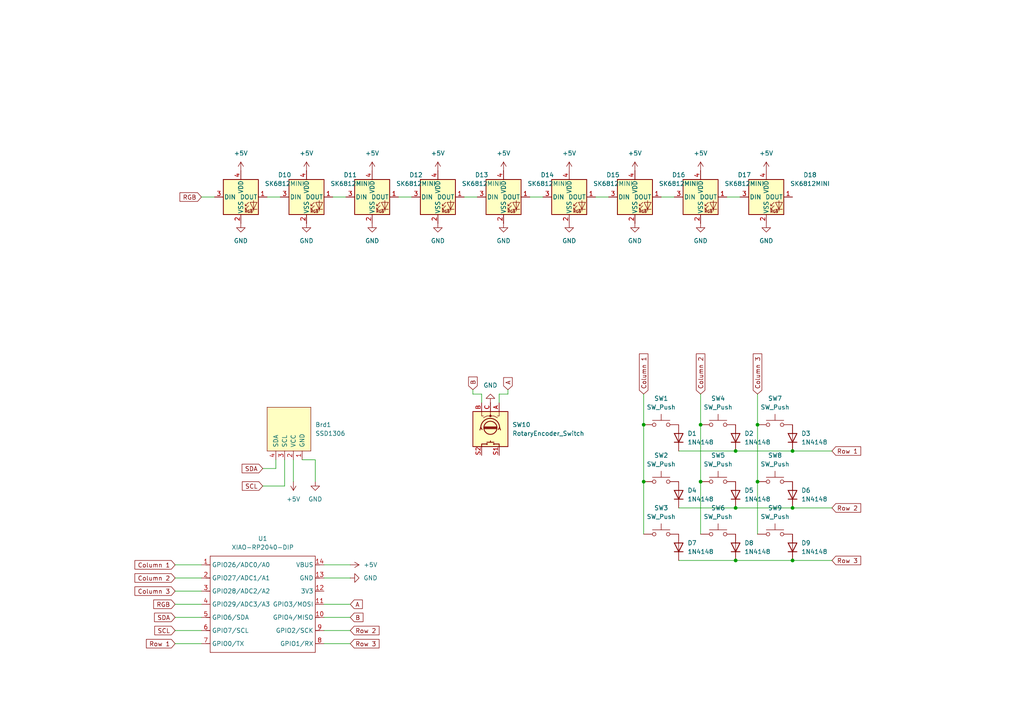
<source format=kicad_sch>
(kicad_sch
	(version 20250114)
	(generator "eeschema")
	(generator_version "9.0")
	(uuid "ffff7acb-4575-4ce7-8eec-b5027a1cb4df")
	(paper "A4")
	(lib_symbols
		(symbol "Device:RotaryEncoder_Switch"
			(pin_names
				(offset 0.254)
				(hide yes)
			)
			(exclude_from_sim no)
			(in_bom yes)
			(on_board yes)
			(property "Reference" "SW"
				(at 0 6.604 0)
				(effects
					(font
						(size 1.27 1.27)
					)
				)
			)
			(property "Value" "RotaryEncoder_Switch"
				(at 0 -6.604 0)
				(effects
					(font
						(size 1.27 1.27)
					)
				)
			)
			(property "Footprint" ""
				(at -3.81 4.064 0)
				(effects
					(font
						(size 1.27 1.27)
					)
					(hide yes)
				)
			)
			(property "Datasheet" "~"
				(at 0 6.604 0)
				(effects
					(font
						(size 1.27 1.27)
					)
					(hide yes)
				)
			)
			(property "Description" "Rotary encoder, dual channel, incremental quadrate outputs, with switch"
				(at 0 0 0)
				(effects
					(font
						(size 1.27 1.27)
					)
					(hide yes)
				)
			)
			(property "ki_keywords" "rotary switch encoder switch push button"
				(at 0 0 0)
				(effects
					(font
						(size 1.27 1.27)
					)
					(hide yes)
				)
			)
			(property "ki_fp_filters" "RotaryEncoder*Switch*"
				(at 0 0 0)
				(effects
					(font
						(size 1.27 1.27)
					)
					(hide yes)
				)
			)
			(symbol "RotaryEncoder_Switch_0_1"
				(rectangle
					(start -5.08 5.08)
					(end 5.08 -5.08)
					(stroke
						(width 0.254)
						(type default)
					)
					(fill
						(type background)
					)
				)
				(polyline
					(pts
						(xy -5.08 2.54) (xy -3.81 2.54) (xy -3.81 2.032)
					)
					(stroke
						(width 0)
						(type default)
					)
					(fill
						(type none)
					)
				)
				(polyline
					(pts
						(xy -5.08 0) (xy -3.81 0) (xy -3.81 -1.016) (xy -3.302 -2.032)
					)
					(stroke
						(width 0)
						(type default)
					)
					(fill
						(type none)
					)
				)
				(polyline
					(pts
						(xy -5.08 -2.54) (xy -3.81 -2.54) (xy -3.81 -2.032)
					)
					(stroke
						(width 0)
						(type default)
					)
					(fill
						(type none)
					)
				)
				(polyline
					(pts
						(xy -4.318 0) (xy -3.81 0) (xy -3.81 1.016) (xy -3.302 2.032)
					)
					(stroke
						(width 0)
						(type default)
					)
					(fill
						(type none)
					)
				)
				(circle
					(center -3.81 0)
					(radius 0.254)
					(stroke
						(width 0)
						(type default)
					)
					(fill
						(type outline)
					)
				)
				(polyline
					(pts
						(xy -0.635 -1.778) (xy -0.635 1.778)
					)
					(stroke
						(width 0.254)
						(type default)
					)
					(fill
						(type none)
					)
				)
				(circle
					(center -0.381 0)
					(radius 1.905)
					(stroke
						(width 0.254)
						(type default)
					)
					(fill
						(type none)
					)
				)
				(polyline
					(pts
						(xy -0.381 -1.778) (xy -0.381 1.778)
					)
					(stroke
						(width 0.254)
						(type default)
					)
					(fill
						(type none)
					)
				)
				(arc
					(start -0.381 -2.794)
					(mid -3.0988 -0.0635)
					(end -0.381 2.667)
					(stroke
						(width 0.254)
						(type default)
					)
					(fill
						(type none)
					)
				)
				(polyline
					(pts
						(xy -0.127 1.778) (xy -0.127 -1.778)
					)
					(stroke
						(width 0.254)
						(type default)
					)
					(fill
						(type none)
					)
				)
				(polyline
					(pts
						(xy 0.254 2.921) (xy -0.508 2.667) (xy 0.127 2.286)
					)
					(stroke
						(width 0.254)
						(type default)
					)
					(fill
						(type none)
					)
				)
				(polyline
					(pts
						(xy 0.254 -3.048) (xy -0.508 -2.794) (xy 0.127 -2.413)
					)
					(stroke
						(width 0.254)
						(type default)
					)
					(fill
						(type none)
					)
				)
				(polyline
					(pts
						(xy 3.81 1.016) (xy 3.81 -1.016)
					)
					(stroke
						(width 0.254)
						(type default)
					)
					(fill
						(type none)
					)
				)
				(polyline
					(pts
						(xy 3.81 0) (xy 3.429 0)
					)
					(stroke
						(width 0.254)
						(type default)
					)
					(fill
						(type none)
					)
				)
				(circle
					(center 4.318 1.016)
					(radius 0.127)
					(stroke
						(width 0.254)
						(type default)
					)
					(fill
						(type none)
					)
				)
				(circle
					(center 4.318 -1.016)
					(radius 0.127)
					(stroke
						(width 0.254)
						(type default)
					)
					(fill
						(type none)
					)
				)
				(polyline
					(pts
						(xy 5.08 2.54) (xy 4.318 2.54) (xy 4.318 1.016)
					)
					(stroke
						(width 0.254)
						(type default)
					)
					(fill
						(type none)
					)
				)
				(polyline
					(pts
						(xy 5.08 -2.54) (xy 4.318 -2.54) (xy 4.318 -1.016)
					)
					(stroke
						(width 0.254)
						(type default)
					)
					(fill
						(type none)
					)
				)
			)
			(symbol "RotaryEncoder_Switch_1_1"
				(pin passive line
					(at -7.62 2.54 0)
					(length 2.54)
					(name "A"
						(effects
							(font
								(size 1.27 1.27)
							)
						)
					)
					(number "A"
						(effects
							(font
								(size 1.27 1.27)
							)
						)
					)
				)
				(pin passive line
					(at -7.62 0 0)
					(length 2.54)
					(name "C"
						(effects
							(font
								(size 1.27 1.27)
							)
						)
					)
					(number "C"
						(effects
							(font
								(size 1.27 1.27)
							)
						)
					)
				)
				(pin passive line
					(at -7.62 -2.54 0)
					(length 2.54)
					(name "B"
						(effects
							(font
								(size 1.27 1.27)
							)
						)
					)
					(number "B"
						(effects
							(font
								(size 1.27 1.27)
							)
						)
					)
				)
				(pin passive line
					(at 7.62 2.54 180)
					(length 2.54)
					(name "S1"
						(effects
							(font
								(size 1.27 1.27)
							)
						)
					)
					(number "S1"
						(effects
							(font
								(size 1.27 1.27)
							)
						)
					)
				)
				(pin passive line
					(at 7.62 -2.54 180)
					(length 2.54)
					(name "S2"
						(effects
							(font
								(size 1.27 1.27)
							)
						)
					)
					(number "S2"
						(effects
							(font
								(size 1.27 1.27)
							)
						)
					)
				)
			)
			(embedded_fonts no)
		)
		(symbol "Diode:1N4148"
			(pin_numbers
				(hide yes)
			)
			(pin_names
				(hide yes)
			)
			(exclude_from_sim no)
			(in_bom yes)
			(on_board yes)
			(property "Reference" "D"
				(at 0 2.54 0)
				(effects
					(font
						(size 1.27 1.27)
					)
				)
			)
			(property "Value" "1N4148"
				(at 0 -2.54 0)
				(effects
					(font
						(size 1.27 1.27)
					)
				)
			)
			(property "Footprint" "Diode_THT:D_DO-35_SOD27_P7.62mm_Horizontal"
				(at 0 0 0)
				(effects
					(font
						(size 1.27 1.27)
					)
					(hide yes)
				)
			)
			(property "Datasheet" "https://assets.nexperia.com/documents/data-sheet/1N4148_1N4448.pdf"
				(at 0 0 0)
				(effects
					(font
						(size 1.27 1.27)
					)
					(hide yes)
				)
			)
			(property "Description" "100V 0.15A standard switching diode, DO-35"
				(at 0 0 0)
				(effects
					(font
						(size 1.27 1.27)
					)
					(hide yes)
				)
			)
			(property "Sim.Device" "D"
				(at 0 0 0)
				(effects
					(font
						(size 1.27 1.27)
					)
					(hide yes)
				)
			)
			(property "Sim.Pins" "1=K 2=A"
				(at 0 0 0)
				(effects
					(font
						(size 1.27 1.27)
					)
					(hide yes)
				)
			)
			(property "ki_keywords" "diode"
				(at 0 0 0)
				(effects
					(font
						(size 1.27 1.27)
					)
					(hide yes)
				)
			)
			(property "ki_fp_filters" "D*DO?35*"
				(at 0 0 0)
				(effects
					(font
						(size 1.27 1.27)
					)
					(hide yes)
				)
			)
			(symbol "1N4148_0_1"
				(polyline
					(pts
						(xy -1.27 1.27) (xy -1.27 -1.27)
					)
					(stroke
						(width 0.254)
						(type default)
					)
					(fill
						(type none)
					)
				)
				(polyline
					(pts
						(xy 1.27 1.27) (xy 1.27 -1.27) (xy -1.27 0) (xy 1.27 1.27)
					)
					(stroke
						(width 0.254)
						(type default)
					)
					(fill
						(type none)
					)
				)
				(polyline
					(pts
						(xy 1.27 0) (xy -1.27 0)
					)
					(stroke
						(width 0)
						(type default)
					)
					(fill
						(type none)
					)
				)
			)
			(symbol "1N4148_1_1"
				(pin passive line
					(at -3.81 0 0)
					(length 2.54)
					(name "K"
						(effects
							(font
								(size 1.27 1.27)
							)
						)
					)
					(number "1"
						(effects
							(font
								(size 1.27 1.27)
							)
						)
					)
				)
				(pin passive line
					(at 3.81 0 180)
					(length 2.54)
					(name "A"
						(effects
							(font
								(size 1.27 1.27)
							)
						)
					)
					(number "2"
						(effects
							(font
								(size 1.27 1.27)
							)
						)
					)
				)
			)
			(embedded_fonts no)
		)
		(symbol "LED:SK6812MINI"
			(pin_names
				(offset 0.254)
			)
			(exclude_from_sim no)
			(in_bom yes)
			(on_board yes)
			(property "Reference" "D"
				(at 5.08 5.715 0)
				(effects
					(font
						(size 1.27 1.27)
					)
					(justify right bottom)
				)
			)
			(property "Value" "SK6812MINI"
				(at 1.27 -5.715 0)
				(effects
					(font
						(size 1.27 1.27)
					)
					(justify left top)
				)
			)
			(property "Footprint" "LED_SMD:LED_SK6812MINI_PLCC4_3.5x3.5mm_P1.75mm"
				(at 1.27 -7.62 0)
				(effects
					(font
						(size 1.27 1.27)
					)
					(justify left top)
					(hide yes)
				)
			)
			(property "Datasheet" "https://cdn-shop.adafruit.com/product-files/2686/SK6812MINI_REV.01-1-2.pdf"
				(at 2.54 -9.525 0)
				(effects
					(font
						(size 1.27 1.27)
					)
					(justify left top)
					(hide yes)
				)
			)
			(property "Description" "RGB LED with integrated controller"
				(at 0 0 0)
				(effects
					(font
						(size 1.27 1.27)
					)
					(hide yes)
				)
			)
			(property "ki_keywords" "RGB LED NeoPixel Mini addressable"
				(at 0 0 0)
				(effects
					(font
						(size 1.27 1.27)
					)
					(hide yes)
				)
			)
			(property "ki_fp_filters" "LED*SK6812MINI*PLCC*3.5x3.5mm*P1.75mm*"
				(at 0 0 0)
				(effects
					(font
						(size 1.27 1.27)
					)
					(hide yes)
				)
			)
			(symbol "SK6812MINI_0_0"
				(text "RGB"
					(at 2.286 -4.191 0)
					(effects
						(font
							(size 0.762 0.762)
						)
					)
				)
			)
			(symbol "SK6812MINI_0_1"
				(polyline
					(pts
						(xy 1.27 -2.54) (xy 1.778 -2.54)
					)
					(stroke
						(width 0)
						(type default)
					)
					(fill
						(type none)
					)
				)
				(polyline
					(pts
						(xy 1.27 -3.556) (xy 1.778 -3.556)
					)
					(stroke
						(width 0)
						(type default)
					)
					(fill
						(type none)
					)
				)
				(polyline
					(pts
						(xy 2.286 -1.524) (xy 1.27 -2.54) (xy 1.27 -2.032)
					)
					(stroke
						(width 0)
						(type default)
					)
					(fill
						(type none)
					)
				)
				(polyline
					(pts
						(xy 2.286 -2.54) (xy 1.27 -3.556) (xy 1.27 -3.048)
					)
					(stroke
						(width 0)
						(type default)
					)
					(fill
						(type none)
					)
				)
				(polyline
					(pts
						(xy 3.683 -1.016) (xy 3.683 -3.556) (xy 3.683 -4.064)
					)
					(stroke
						(width 0)
						(type default)
					)
					(fill
						(type none)
					)
				)
				(polyline
					(pts
						(xy 4.699 -1.524) (xy 2.667 -1.524) (xy 3.683 -3.556) (xy 4.699 -1.524)
					)
					(stroke
						(width 0)
						(type default)
					)
					(fill
						(type none)
					)
				)
				(polyline
					(pts
						(xy 4.699 -3.556) (xy 2.667 -3.556)
					)
					(stroke
						(width 0)
						(type default)
					)
					(fill
						(type none)
					)
				)
				(rectangle
					(start 5.08 5.08)
					(end -5.08 -5.08)
					(stroke
						(width 0.254)
						(type default)
					)
					(fill
						(type background)
					)
				)
			)
			(symbol "SK6812MINI_1_1"
				(pin input line
					(at -7.62 0 0)
					(length 2.54)
					(name "DIN"
						(effects
							(font
								(size 1.27 1.27)
							)
						)
					)
					(number "3"
						(effects
							(font
								(size 1.27 1.27)
							)
						)
					)
				)
				(pin power_in line
					(at 0 7.62 270)
					(length 2.54)
					(name "VDD"
						(effects
							(font
								(size 1.27 1.27)
							)
						)
					)
					(number "4"
						(effects
							(font
								(size 1.27 1.27)
							)
						)
					)
				)
				(pin power_in line
					(at 0 -7.62 90)
					(length 2.54)
					(name "VSS"
						(effects
							(font
								(size 1.27 1.27)
							)
						)
					)
					(number "2"
						(effects
							(font
								(size 1.27 1.27)
							)
						)
					)
				)
				(pin output line
					(at 7.62 0 180)
					(length 2.54)
					(name "DOUT"
						(effects
							(font
								(size 1.27 1.27)
							)
						)
					)
					(number "1"
						(effects
							(font
								(size 1.27 1.27)
							)
						)
					)
				)
			)
			(embedded_fonts no)
		)
		(symbol "OPL:XIAO-RP2040-DIP"
			(exclude_from_sim no)
			(in_bom yes)
			(on_board yes)
			(property "Reference" "U"
				(at 0 0 0)
				(effects
					(font
						(size 1.27 1.27)
					)
				)
			)
			(property "Value" "XIAO-RP2040-DIP"
				(at 5.334 -1.778 0)
				(effects
					(font
						(size 1.27 1.27)
					)
				)
			)
			(property "Footprint" "Module:MOUDLE14P-XIAO-DIP-SMD"
				(at 14.478 -32.258 0)
				(effects
					(font
						(size 1.27 1.27)
					)
					(hide yes)
				)
			)
			(property "Datasheet" ""
				(at 0 0 0)
				(effects
					(font
						(size 1.27 1.27)
					)
					(hide yes)
				)
			)
			(property "Description" ""
				(at 0 0 0)
				(effects
					(font
						(size 1.27 1.27)
					)
					(hide yes)
				)
			)
			(symbol "XIAO-RP2040-DIP_1_0"
				(polyline
					(pts
						(xy -1.27 -2.54) (xy 29.21 -2.54)
					)
					(stroke
						(width 0.1524)
						(type solid)
					)
					(fill
						(type none)
					)
				)
				(polyline
					(pts
						(xy -1.27 -5.08) (xy -2.54 -5.08)
					)
					(stroke
						(width 0.1524)
						(type solid)
					)
					(fill
						(type none)
					)
				)
				(polyline
					(pts
						(xy -1.27 -5.08) (xy -1.27 -2.54)
					)
					(stroke
						(width 0.1524)
						(type solid)
					)
					(fill
						(type none)
					)
				)
				(polyline
					(pts
						(xy -1.27 -8.89) (xy -2.54 -8.89)
					)
					(stroke
						(width 0.1524)
						(type solid)
					)
					(fill
						(type none)
					)
				)
				(polyline
					(pts
						(xy -1.27 -8.89) (xy -1.27 -5.08)
					)
					(stroke
						(width 0.1524)
						(type solid)
					)
					(fill
						(type none)
					)
				)
				(polyline
					(pts
						(xy -1.27 -12.7) (xy -2.54 -12.7)
					)
					(stroke
						(width 0.1524)
						(type solid)
					)
					(fill
						(type none)
					)
				)
				(polyline
					(pts
						(xy -1.27 -12.7) (xy -1.27 -8.89)
					)
					(stroke
						(width 0.1524)
						(type solid)
					)
					(fill
						(type none)
					)
				)
				(polyline
					(pts
						(xy -1.27 -16.51) (xy -2.54 -16.51)
					)
					(stroke
						(width 0.1524)
						(type solid)
					)
					(fill
						(type none)
					)
				)
				(polyline
					(pts
						(xy -1.27 -16.51) (xy -1.27 -12.7)
					)
					(stroke
						(width 0.1524)
						(type solid)
					)
					(fill
						(type none)
					)
				)
				(polyline
					(pts
						(xy -1.27 -20.32) (xy -2.54 -20.32)
					)
					(stroke
						(width 0.1524)
						(type solid)
					)
					(fill
						(type none)
					)
				)
				(polyline
					(pts
						(xy -1.27 -24.13) (xy -2.54 -24.13)
					)
					(stroke
						(width 0.1524)
						(type solid)
					)
					(fill
						(type none)
					)
				)
				(polyline
					(pts
						(xy -1.27 -27.94) (xy -2.54 -27.94)
					)
					(stroke
						(width 0.1524)
						(type solid)
					)
					(fill
						(type none)
					)
				)
				(polyline
					(pts
						(xy -1.27 -30.48) (xy -1.27 -16.51)
					)
					(stroke
						(width 0.1524)
						(type solid)
					)
					(fill
						(type none)
					)
				)
				(polyline
					(pts
						(xy 29.21 -2.54) (xy 29.21 -5.08)
					)
					(stroke
						(width 0.1524)
						(type solid)
					)
					(fill
						(type none)
					)
				)
				(polyline
					(pts
						(xy 29.21 -5.08) (xy 29.21 -8.89)
					)
					(stroke
						(width 0.1524)
						(type solid)
					)
					(fill
						(type none)
					)
				)
				(polyline
					(pts
						(xy 29.21 -8.89) (xy 29.21 -12.7)
					)
					(stroke
						(width 0.1524)
						(type solid)
					)
					(fill
						(type none)
					)
				)
				(polyline
					(pts
						(xy 29.21 -12.7) (xy 29.21 -30.48)
					)
					(stroke
						(width 0.1524)
						(type solid)
					)
					(fill
						(type none)
					)
				)
				(polyline
					(pts
						(xy 29.21 -30.48) (xy -1.27 -30.48)
					)
					(stroke
						(width 0.1524)
						(type solid)
					)
					(fill
						(type none)
					)
				)
				(polyline
					(pts
						(xy 30.48 -5.08) (xy 29.21 -5.08)
					)
					(stroke
						(width 0.1524)
						(type solid)
					)
					(fill
						(type none)
					)
				)
				(polyline
					(pts
						(xy 30.48 -8.89) (xy 29.21 -8.89)
					)
					(stroke
						(width 0.1524)
						(type solid)
					)
					(fill
						(type none)
					)
				)
				(polyline
					(pts
						(xy 30.48 -12.7) (xy 29.21 -12.7)
					)
					(stroke
						(width 0.1524)
						(type solid)
					)
					(fill
						(type none)
					)
				)
				(polyline
					(pts
						(xy 30.48 -16.51) (xy 29.21 -16.51)
					)
					(stroke
						(width 0.1524)
						(type solid)
					)
					(fill
						(type none)
					)
				)
				(polyline
					(pts
						(xy 30.48 -20.32) (xy 29.21 -20.32)
					)
					(stroke
						(width 0.1524)
						(type solid)
					)
					(fill
						(type none)
					)
				)
				(polyline
					(pts
						(xy 30.48 -24.13) (xy 29.21 -24.13)
					)
					(stroke
						(width 0.1524)
						(type solid)
					)
					(fill
						(type none)
					)
				)
				(polyline
					(pts
						(xy 30.48 -27.94) (xy 29.21 -27.94)
					)
					(stroke
						(width 0.1524)
						(type solid)
					)
					(fill
						(type none)
					)
				)
				(pin passive line
					(at -3.81 -5.08 0)
					(length 2.54)
					(name "GPIO26/ADC0/A0"
						(effects
							(font
								(size 1.27 1.27)
							)
						)
					)
					(number "1"
						(effects
							(font
								(size 1.27 1.27)
							)
						)
					)
				)
				(pin passive line
					(at -3.81 -8.89 0)
					(length 2.54)
					(name "GPIO27/ADC1/A1"
						(effects
							(font
								(size 1.27 1.27)
							)
						)
					)
					(number "2"
						(effects
							(font
								(size 1.27 1.27)
							)
						)
					)
				)
				(pin passive line
					(at -3.81 -12.7 0)
					(length 2.54)
					(name "GPIO28/ADC2/A2"
						(effects
							(font
								(size 1.27 1.27)
							)
						)
					)
					(number "3"
						(effects
							(font
								(size 1.27 1.27)
							)
						)
					)
				)
				(pin passive line
					(at -3.81 -16.51 0)
					(length 2.54)
					(name "GPIO29/ADC3/A3"
						(effects
							(font
								(size 1.27 1.27)
							)
						)
					)
					(number "4"
						(effects
							(font
								(size 1.27 1.27)
							)
						)
					)
				)
				(pin passive line
					(at -3.81 -20.32 0)
					(length 2.54)
					(name "GPIO6/SDA"
						(effects
							(font
								(size 1.27 1.27)
							)
						)
					)
					(number "5"
						(effects
							(font
								(size 1.27 1.27)
							)
						)
					)
				)
				(pin passive line
					(at -3.81 -24.13 0)
					(length 2.54)
					(name "GPIO7/SCL"
						(effects
							(font
								(size 1.27 1.27)
							)
						)
					)
					(number "6"
						(effects
							(font
								(size 1.27 1.27)
							)
						)
					)
				)
				(pin passive line
					(at -3.81 -27.94 0)
					(length 2.54)
					(name "GPIO0/TX"
						(effects
							(font
								(size 1.27 1.27)
							)
						)
					)
					(number "7"
						(effects
							(font
								(size 1.27 1.27)
							)
						)
					)
				)
				(pin passive line
					(at 31.75 -5.08 180)
					(length 2.54)
					(name "VBUS"
						(effects
							(font
								(size 1.27 1.27)
							)
						)
					)
					(number "14"
						(effects
							(font
								(size 1.27 1.27)
							)
						)
					)
				)
				(pin passive line
					(at 31.75 -8.89 180)
					(length 2.54)
					(name "GND"
						(effects
							(font
								(size 1.27 1.27)
							)
						)
					)
					(number "13"
						(effects
							(font
								(size 1.27 1.27)
							)
						)
					)
				)
				(pin passive line
					(at 31.75 -12.7 180)
					(length 2.54)
					(name "3V3"
						(effects
							(font
								(size 1.27 1.27)
							)
						)
					)
					(number "12"
						(effects
							(font
								(size 1.27 1.27)
							)
						)
					)
				)
				(pin passive line
					(at 31.75 -16.51 180)
					(length 2.54)
					(name "GPIO3/MOSI"
						(effects
							(font
								(size 1.27 1.27)
							)
						)
					)
					(number "11"
						(effects
							(font
								(size 1.27 1.27)
							)
						)
					)
				)
				(pin passive line
					(at 31.75 -20.32 180)
					(length 2.54)
					(name "GPIO4/MISO"
						(effects
							(font
								(size 1.27 1.27)
							)
						)
					)
					(number "10"
						(effects
							(font
								(size 1.27 1.27)
							)
						)
					)
				)
				(pin passive line
					(at 31.75 -24.13 180)
					(length 2.54)
					(name "GPIO2/SCK"
						(effects
							(font
								(size 1.27 1.27)
							)
						)
					)
					(number "9"
						(effects
							(font
								(size 1.27 1.27)
							)
						)
					)
				)
				(pin passive line
					(at 31.75 -27.94 180)
					(length 2.54)
					(name "GPIO1/RX"
						(effects
							(font
								(size 1.27 1.27)
							)
						)
					)
					(number "8"
						(effects
							(font
								(size 1.27 1.27)
							)
						)
					)
				)
			)
			(embedded_fonts no)
		)
		(symbol "SSD1306-128x64_OLED:SSD1306"
			(pin_names
				(offset 1.016)
			)
			(exclude_from_sim no)
			(in_bom yes)
			(on_board yes)
			(property "Reference" "Brd"
				(at 0 -3.81 0)
				(effects
					(font
						(size 1.27 1.27)
					)
				)
			)
			(property "Value" "SSD1306"
				(at 0 -1.27 0)
				(effects
					(font
						(size 1.27 1.27)
					)
				)
			)
			(property "Footprint" ""
				(at 0 6.35 0)
				(effects
					(font
						(size 1.27 1.27)
					)
					(hide yes)
				)
			)
			(property "Datasheet" ""
				(at 0 6.35 0)
				(effects
					(font
						(size 1.27 1.27)
					)
					(hide yes)
				)
			)
			(property "Description" "SSD1306 OLED"
				(at 0 0 0)
				(effects
					(font
						(size 1.27 1.27)
					)
					(hide yes)
				)
			)
			(property "ki_keywords" "SSD1306"
				(at 0 0 0)
				(effects
					(font
						(size 1.27 1.27)
					)
					(hide yes)
				)
			)
			(property "ki_fp_filters" "SSD1306-128x64_OLED:SSD1306"
				(at 0 0 0)
				(effects
					(font
						(size 1.27 1.27)
					)
					(hide yes)
				)
			)
			(symbol "SSD1306_0_1"
				(rectangle
					(start -6.35 6.35)
					(end 6.35 -6.35)
					(stroke
						(width 0)
						(type solid)
					)
					(fill
						(type background)
					)
				)
			)
			(symbol "SSD1306_1_1"
				(pin input line
					(at -3.81 8.89 270)
					(length 2.54)
					(name "GND"
						(effects
							(font
								(size 1.27 1.27)
							)
						)
					)
					(number "1"
						(effects
							(font
								(size 1.27 1.27)
							)
						)
					)
				)
				(pin input line
					(at -1.27 8.89 270)
					(length 2.54)
					(name "VCC"
						(effects
							(font
								(size 1.27 1.27)
							)
						)
					)
					(number "2"
						(effects
							(font
								(size 1.27 1.27)
							)
						)
					)
				)
				(pin input line
					(at 1.27 8.89 270)
					(length 2.54)
					(name "SCL"
						(effects
							(font
								(size 1.27 1.27)
							)
						)
					)
					(number "3"
						(effects
							(font
								(size 1.27 1.27)
							)
						)
					)
				)
				(pin input line
					(at 3.81 8.89 270)
					(length 2.54)
					(name "SDA"
						(effects
							(font
								(size 1.27 1.27)
							)
						)
					)
					(number "4"
						(effects
							(font
								(size 1.27 1.27)
							)
						)
					)
				)
			)
			(embedded_fonts no)
		)
		(symbol "Switch:SW_Push"
			(pin_numbers
				(hide yes)
			)
			(pin_names
				(offset 1.016)
				(hide yes)
			)
			(exclude_from_sim no)
			(in_bom yes)
			(on_board yes)
			(property "Reference" "SW"
				(at 1.27 2.54 0)
				(effects
					(font
						(size 1.27 1.27)
					)
					(justify left)
				)
			)
			(property "Value" "SW_Push"
				(at 0 -1.524 0)
				(effects
					(font
						(size 1.27 1.27)
					)
				)
			)
			(property "Footprint" ""
				(at 0 5.08 0)
				(effects
					(font
						(size 1.27 1.27)
					)
					(hide yes)
				)
			)
			(property "Datasheet" "~"
				(at 0 5.08 0)
				(effects
					(font
						(size 1.27 1.27)
					)
					(hide yes)
				)
			)
			(property "Description" "Push button switch, generic, two pins"
				(at 0 0 0)
				(effects
					(font
						(size 1.27 1.27)
					)
					(hide yes)
				)
			)
			(property "ki_keywords" "switch normally-open pushbutton push-button"
				(at 0 0 0)
				(effects
					(font
						(size 1.27 1.27)
					)
					(hide yes)
				)
			)
			(symbol "SW_Push_0_1"
				(circle
					(center -2.032 0)
					(radius 0.508)
					(stroke
						(width 0)
						(type default)
					)
					(fill
						(type none)
					)
				)
				(polyline
					(pts
						(xy 0 1.27) (xy 0 3.048)
					)
					(stroke
						(width 0)
						(type default)
					)
					(fill
						(type none)
					)
				)
				(circle
					(center 2.032 0)
					(radius 0.508)
					(stroke
						(width 0)
						(type default)
					)
					(fill
						(type none)
					)
				)
				(polyline
					(pts
						(xy 2.54 1.27) (xy -2.54 1.27)
					)
					(stroke
						(width 0)
						(type default)
					)
					(fill
						(type none)
					)
				)
				(pin passive line
					(at -5.08 0 0)
					(length 2.54)
					(name "1"
						(effects
							(font
								(size 1.27 1.27)
							)
						)
					)
					(number "1"
						(effects
							(font
								(size 1.27 1.27)
							)
						)
					)
				)
				(pin passive line
					(at 5.08 0 180)
					(length 2.54)
					(name "2"
						(effects
							(font
								(size 1.27 1.27)
							)
						)
					)
					(number "2"
						(effects
							(font
								(size 1.27 1.27)
							)
						)
					)
				)
			)
			(embedded_fonts no)
		)
		(symbol "power:+5V"
			(power)
			(pin_numbers
				(hide yes)
			)
			(pin_names
				(offset 0)
				(hide yes)
			)
			(exclude_from_sim no)
			(in_bom yes)
			(on_board yes)
			(property "Reference" "#PWR"
				(at 0 -3.81 0)
				(effects
					(font
						(size 1.27 1.27)
					)
					(hide yes)
				)
			)
			(property "Value" "+5V"
				(at 0 3.556 0)
				(effects
					(font
						(size 1.27 1.27)
					)
				)
			)
			(property "Footprint" ""
				(at 0 0 0)
				(effects
					(font
						(size 1.27 1.27)
					)
					(hide yes)
				)
			)
			(property "Datasheet" ""
				(at 0 0 0)
				(effects
					(font
						(size 1.27 1.27)
					)
					(hide yes)
				)
			)
			(property "Description" "Power symbol creates a global label with name \"+5V\""
				(at 0 0 0)
				(effects
					(font
						(size 1.27 1.27)
					)
					(hide yes)
				)
			)
			(property "ki_keywords" "global power"
				(at 0 0 0)
				(effects
					(font
						(size 1.27 1.27)
					)
					(hide yes)
				)
			)
			(symbol "+5V_0_1"
				(polyline
					(pts
						(xy -0.762 1.27) (xy 0 2.54)
					)
					(stroke
						(width 0)
						(type default)
					)
					(fill
						(type none)
					)
				)
				(polyline
					(pts
						(xy 0 2.54) (xy 0.762 1.27)
					)
					(stroke
						(width 0)
						(type default)
					)
					(fill
						(type none)
					)
				)
				(polyline
					(pts
						(xy 0 0) (xy 0 2.54)
					)
					(stroke
						(width 0)
						(type default)
					)
					(fill
						(type none)
					)
				)
			)
			(symbol "+5V_1_1"
				(pin power_in line
					(at 0 0 90)
					(length 0)
					(name "~"
						(effects
							(font
								(size 1.27 1.27)
							)
						)
					)
					(number "1"
						(effects
							(font
								(size 1.27 1.27)
							)
						)
					)
				)
			)
			(embedded_fonts no)
		)
		(symbol "power:GND"
			(power)
			(pin_numbers
				(hide yes)
			)
			(pin_names
				(offset 0)
				(hide yes)
			)
			(exclude_from_sim no)
			(in_bom yes)
			(on_board yes)
			(property "Reference" "#PWR"
				(at 0 -6.35 0)
				(effects
					(font
						(size 1.27 1.27)
					)
					(hide yes)
				)
			)
			(property "Value" "GND"
				(at 0 -3.81 0)
				(effects
					(font
						(size 1.27 1.27)
					)
				)
			)
			(property "Footprint" ""
				(at 0 0 0)
				(effects
					(font
						(size 1.27 1.27)
					)
					(hide yes)
				)
			)
			(property "Datasheet" ""
				(at 0 0 0)
				(effects
					(font
						(size 1.27 1.27)
					)
					(hide yes)
				)
			)
			(property "Description" "Power symbol creates a global label with name \"GND\" , ground"
				(at 0 0 0)
				(effects
					(font
						(size 1.27 1.27)
					)
					(hide yes)
				)
			)
			(property "ki_keywords" "global power"
				(at 0 0 0)
				(effects
					(font
						(size 1.27 1.27)
					)
					(hide yes)
				)
			)
			(symbol "GND_0_1"
				(polyline
					(pts
						(xy 0 0) (xy 0 -1.27) (xy 1.27 -1.27) (xy 0 -2.54) (xy -1.27 -1.27) (xy 0 -1.27)
					)
					(stroke
						(width 0)
						(type default)
					)
					(fill
						(type none)
					)
				)
			)
			(symbol "GND_1_1"
				(pin power_in line
					(at 0 0 270)
					(length 0)
					(name "~"
						(effects
							(font
								(size 1.27 1.27)
							)
						)
					)
					(number "1"
						(effects
							(font
								(size 1.27 1.27)
							)
						)
					)
				)
			)
			(embedded_fonts no)
		)
	)
	(junction
		(at 229.87 147.32)
		(diameter 0)
		(color 0 0 0 0)
		(uuid "18fe4fef-e907-48d1-b039-422e88d4d310")
	)
	(junction
		(at 219.71 123.19)
		(diameter 0)
		(color 0 0 0 0)
		(uuid "330a16aa-a269-4e1c-9972-769c1cdd29ed")
	)
	(junction
		(at 229.87 162.56)
		(diameter 0)
		(color 0 0 0 0)
		(uuid "3386748c-f0ba-4f78-816d-ffe9906c82fc")
	)
	(junction
		(at 213.36 147.32)
		(diameter 0)
		(color 0 0 0 0)
		(uuid "386a9eed-aff5-48cd-8eee-1aa8aa5b703f")
	)
	(junction
		(at 203.2 139.7)
		(diameter 0)
		(color 0 0 0 0)
		(uuid "586d3fae-40f7-49cb-a257-e9f70ff97949")
	)
	(junction
		(at 203.2 123.19)
		(diameter 0)
		(color 0 0 0 0)
		(uuid "5a6e3603-808b-4874-b009-5d4f880cfdde")
	)
	(junction
		(at 213.36 130.81)
		(diameter 0)
		(color 0 0 0 0)
		(uuid "6565263c-d725-4e17-a7f2-c6d6b697e18c")
	)
	(junction
		(at 229.87 130.81)
		(diameter 0)
		(color 0 0 0 0)
		(uuid "8241850e-7ca4-4c9a-a18c-2a51bbc0305a")
	)
	(junction
		(at 219.71 139.7)
		(diameter 0)
		(color 0 0 0 0)
		(uuid "85248a4d-b4ef-4b1c-9c7d-02a48be4742e")
	)
	(junction
		(at 186.69 139.7)
		(diameter 0)
		(color 0 0 0 0)
		(uuid "8a585151-a7e1-4e31-92ac-91ea36f01a3c")
	)
	(junction
		(at 213.36 162.56)
		(diameter 0)
		(color 0 0 0 0)
		(uuid "a1a49a1d-0f96-40ab-b3c6-6a5f4841b515")
	)
	(junction
		(at 186.69 123.19)
		(diameter 0)
		(color 0 0 0 0)
		(uuid "f277f9cc-a9e6-425e-9076-67853cdf6c75")
	)
	(wire
		(pts
			(xy 229.87 130.81) (xy 241.3 130.81)
		)
		(stroke
			(width 0)
			(type default)
		)
		(uuid "01d4e272-b3b2-477f-93bb-256d850441b0")
	)
	(wire
		(pts
			(xy 172.72 57.15) (xy 176.53 57.15)
		)
		(stroke
			(width 0)
			(type default)
		)
		(uuid "02575057-6850-497a-9acb-a1c751150ae5")
	)
	(wire
		(pts
			(xy 82.55 140.97) (xy 82.55 133.35)
		)
		(stroke
			(width 0)
			(type default)
		)
		(uuid "0557dd2e-dffc-4063-ab93-58296fdbe357")
	)
	(wire
		(pts
			(xy 186.69 123.19) (xy 186.69 139.7)
		)
		(stroke
			(width 0)
			(type default)
		)
		(uuid "058d5b1e-a863-4b9a-80e9-d29d4307be94")
	)
	(wire
		(pts
			(xy 50.8 175.26) (xy 58.42 175.26)
		)
		(stroke
			(width 0)
			(type default)
		)
		(uuid "07044941-bae9-49b8-8910-d404766a08c6")
	)
	(wire
		(pts
			(xy 134.62 57.15) (xy 138.43 57.15)
		)
		(stroke
			(width 0)
			(type default)
		)
		(uuid "164af973-73fa-47c7-ac28-596f8d922c9f")
	)
	(wire
		(pts
			(xy 50.8 182.88) (xy 58.42 182.88)
		)
		(stroke
			(width 0)
			(type default)
		)
		(uuid "1c0c891e-97ce-4780-aabf-30205493df79")
	)
	(wire
		(pts
			(xy 101.6 167.64) (xy 93.98 167.64)
		)
		(stroke
			(width 0)
			(type default)
		)
		(uuid "23ed75c0-1951-4e4c-8e98-8031120266c6")
	)
	(wire
		(pts
			(xy 196.85 162.56) (xy 213.36 162.56)
		)
		(stroke
			(width 0)
			(type default)
		)
		(uuid "2cbaa368-9167-4afd-aa7f-cf67b2bb6be0")
	)
	(wire
		(pts
			(xy 219.71 139.7) (xy 219.71 154.94)
		)
		(stroke
			(width 0)
			(type default)
		)
		(uuid "332124c6-2c1e-4f78-a828-43f0f5b6d7af")
	)
	(wire
		(pts
			(xy 229.87 147.32) (xy 241.3 147.32)
		)
		(stroke
			(width 0)
			(type default)
		)
		(uuid "3a12d49e-029f-4666-890f-2f025b422808")
	)
	(wire
		(pts
			(xy 76.2 140.97) (xy 82.55 140.97)
		)
		(stroke
			(width 0)
			(type default)
		)
		(uuid "3c10e062-48a9-4d26-80bf-ea4e75112c4c")
	)
	(wire
		(pts
			(xy 115.57 57.15) (xy 119.38 57.15)
		)
		(stroke
			(width 0)
			(type default)
		)
		(uuid "3f16e152-4343-4072-8b8f-2ff575344ae3")
	)
	(wire
		(pts
			(xy 101.6 175.26) (xy 93.98 175.26)
		)
		(stroke
			(width 0)
			(type default)
		)
		(uuid "400b190b-14cd-4770-b5e6-6e974ae58997")
	)
	(wire
		(pts
			(xy 50.8 163.83) (xy 58.42 163.83)
		)
		(stroke
			(width 0)
			(type default)
		)
		(uuid "403463a7-dff6-40f2-b270-1274799fdd48")
	)
	(wire
		(pts
			(xy 77.47 57.15) (xy 81.28 57.15)
		)
		(stroke
			(width 0)
			(type default)
		)
		(uuid "40801a73-8440-4080-951f-407e6ccaddd5")
	)
	(wire
		(pts
			(xy 50.8 179.07) (xy 58.42 179.07)
		)
		(stroke
			(width 0)
			(type default)
		)
		(uuid "464b72bb-62c7-48d4-a287-cc7a25cbe180")
	)
	(wire
		(pts
			(xy 213.36 147.32) (xy 229.87 147.32)
		)
		(stroke
			(width 0)
			(type default)
		)
		(uuid "4be4e6e7-5c66-45d2-9229-7f08e3ae590a")
	)
	(wire
		(pts
			(xy 153.67 57.15) (xy 157.48 57.15)
		)
		(stroke
			(width 0)
			(type default)
		)
		(uuid "545259bc-a991-4d6f-a480-2f65d9f5f590")
	)
	(wire
		(pts
			(xy 50.8 167.64) (xy 58.42 167.64)
		)
		(stroke
			(width 0)
			(type default)
		)
		(uuid "5631583a-914f-478e-9cc0-5d8b744ff0a8")
	)
	(wire
		(pts
			(xy 50.8 186.69) (xy 58.42 186.69)
		)
		(stroke
			(width 0)
			(type default)
		)
		(uuid "57ef7e30-bdaf-416c-83d6-dcbfbd741342")
	)
	(wire
		(pts
			(xy 203.2 123.19) (xy 203.2 139.7)
		)
		(stroke
			(width 0)
			(type default)
		)
		(uuid "5e3e5a24-6138-4ab4-acb0-634e74afee56")
	)
	(wire
		(pts
			(xy 101.6 182.88) (xy 93.98 182.88)
		)
		(stroke
			(width 0)
			(type default)
		)
		(uuid "5f8315e4-ef0a-48b0-b86b-ac0ceb15e081")
	)
	(wire
		(pts
			(xy 96.52 57.15) (xy 100.33 57.15)
		)
		(stroke
			(width 0)
			(type default)
		)
		(uuid "613be461-0b7e-48db-b8fc-268183bae3b5")
	)
	(wire
		(pts
			(xy 219.71 114.3) (xy 219.71 123.19)
		)
		(stroke
			(width 0)
			(type default)
		)
		(uuid "6a26d7ec-d064-435a-8e9c-bc269c397a61")
	)
	(wire
		(pts
			(xy 213.36 162.56) (xy 229.87 162.56)
		)
		(stroke
			(width 0)
			(type default)
		)
		(uuid "6b4659d7-f3e2-454c-a05e-fb7673e715fc")
	)
	(wire
		(pts
			(xy 144.78 114.3) (xy 144.78 116.84)
		)
		(stroke
			(width 0)
			(type default)
		)
		(uuid "6bd87391-1eb7-46da-acde-14ffa6979770")
	)
	(wire
		(pts
			(xy 101.6 186.69) (xy 93.98 186.69)
		)
		(stroke
			(width 0)
			(type default)
		)
		(uuid "6dfe2eee-480b-4459-ae44-8b2ff412897d")
	)
	(wire
		(pts
			(xy 91.44 133.35) (xy 87.63 133.35)
		)
		(stroke
			(width 0)
			(type default)
		)
		(uuid "76c3fb59-ddaf-44e7-b253-f77c88690ec5")
	)
	(wire
		(pts
			(xy 191.77 57.15) (xy 195.58 57.15)
		)
		(stroke
			(width 0)
			(type default)
		)
		(uuid "78f99cfe-0619-4428-a943-22589980dac1")
	)
	(wire
		(pts
			(xy 91.44 139.7) (xy 91.44 133.35)
		)
		(stroke
			(width 0)
			(type default)
		)
		(uuid "7aef3ec8-1b31-46ee-a094-2c335dec94ca")
	)
	(wire
		(pts
			(xy 85.09 139.7) (xy 85.09 133.35)
		)
		(stroke
			(width 0)
			(type default)
		)
		(uuid "8883859f-6090-4bbc-a951-41d751fa8d7a")
	)
	(wire
		(pts
			(xy 196.85 130.81) (xy 213.36 130.81)
		)
		(stroke
			(width 0)
			(type default)
		)
		(uuid "8b485e4c-81aa-487d-b44a-4d15cb95c350")
	)
	(wire
		(pts
			(xy 203.2 139.7) (xy 203.2 154.94)
		)
		(stroke
			(width 0)
			(type default)
		)
		(uuid "8f4cbd42-4d3c-4faf-aef9-c20764e77d2f")
	)
	(wire
		(pts
			(xy 186.69 139.7) (xy 186.69 154.94)
		)
		(stroke
			(width 0)
			(type default)
		)
		(uuid "92a6ee44-27ab-45ee-b11d-549544564e4d")
	)
	(wire
		(pts
			(xy 203.2 114.3) (xy 203.2 123.19)
		)
		(stroke
			(width 0)
			(type default)
		)
		(uuid "92d498aa-8ac3-4817-9551-f50bde3d8687")
	)
	(wire
		(pts
			(xy 139.7 114.3) (xy 139.7 116.84)
		)
		(stroke
			(width 0)
			(type default)
		)
		(uuid "9439548f-08a3-49af-b5aa-7eb5c45f099b")
	)
	(wire
		(pts
			(xy 80.01 133.35) (xy 80.01 135.89)
		)
		(stroke
			(width 0)
			(type default)
		)
		(uuid "96e25bbc-c6cd-4cc6-8184-dec5914935c8")
	)
	(wire
		(pts
			(xy 229.87 162.56) (xy 241.3 162.56)
		)
		(stroke
			(width 0)
			(type default)
		)
		(uuid "97734669-a4e1-471e-a088-c5f6881d97e9")
	)
	(wire
		(pts
			(xy 101.6 163.83) (xy 93.98 163.83)
		)
		(stroke
			(width 0)
			(type default)
		)
		(uuid "9c0d1a4a-cc14-4e4c-a0f4-38587374cb59")
	)
	(wire
		(pts
			(xy 196.85 147.32) (xy 213.36 147.32)
		)
		(stroke
			(width 0)
			(type default)
		)
		(uuid "a2920885-a31d-483a-80de-c3af64bd30a2")
	)
	(wire
		(pts
			(xy 50.8 171.45) (xy 58.42 171.45)
		)
		(stroke
			(width 0)
			(type default)
		)
		(uuid "a42424de-7c8f-491c-82dc-0d8c27d2fa01")
	)
	(wire
		(pts
			(xy 137.16 114.3) (xy 139.7 114.3)
		)
		(stroke
			(width 0)
			(type default)
		)
		(uuid "a9ab74ce-64b8-4bc0-85ad-d119254182fd")
	)
	(wire
		(pts
			(xy 101.6 179.07) (xy 93.98 179.07)
		)
		(stroke
			(width 0)
			(type default)
		)
		(uuid "aeec1c95-d918-49ed-8c05-82772074d911")
	)
	(wire
		(pts
			(xy 186.69 114.3) (xy 186.69 123.19)
		)
		(stroke
			(width 0)
			(type default)
		)
		(uuid "b29912fd-6e8e-4498-a10a-9fc2e370c26a")
	)
	(wire
		(pts
			(xy 147.32 113.03) (xy 147.32 114.3)
		)
		(stroke
			(width 0)
			(type default)
		)
		(uuid "b3c34449-a15b-4243-8e1f-4313375a9dd8")
	)
	(wire
		(pts
			(xy 219.71 123.19) (xy 219.71 139.7)
		)
		(stroke
			(width 0)
			(type default)
		)
		(uuid "b4ff74b3-e223-49d4-a255-41a38f7c3b24")
	)
	(wire
		(pts
			(xy 210.82 57.15) (xy 214.63 57.15)
		)
		(stroke
			(width 0)
			(type default)
		)
		(uuid "bcbc0294-eeaa-45f2-81c0-f64c8a9949eb")
	)
	(wire
		(pts
			(xy 58.42 57.15) (xy 62.23 57.15)
		)
		(stroke
			(width 0)
			(type default)
		)
		(uuid "c03ef2d6-d1ae-4284-97ca-74c05eb73d23")
	)
	(wire
		(pts
			(xy 80.01 135.89) (xy 76.2 135.89)
		)
		(stroke
			(width 0)
			(type default)
		)
		(uuid "d71c62f7-68d2-4302-9c59-e6fc14db1093")
	)
	(wire
		(pts
			(xy 213.36 130.81) (xy 229.87 130.81)
		)
		(stroke
			(width 0)
			(type default)
		)
		(uuid "e52b4922-c9a4-4cd8-851f-f844d39e3de2")
	)
	(wire
		(pts
			(xy 137.16 113.03) (xy 137.16 114.3)
		)
		(stroke
			(width 0)
			(type default)
		)
		(uuid "edda2132-4967-493c-801f-34bd947fc8ea")
	)
	(wire
		(pts
			(xy 147.32 114.3) (xy 144.78 114.3)
		)
		(stroke
			(width 0)
			(type default)
		)
		(uuid "f0bbf6f2-1a97-412c-8bfe-1ce50c3134cd")
	)
	(global_label "A"
		(shape input)
		(at 147.32 113.03 90)
		(fields_autoplaced yes)
		(effects
			(font
				(size 1.27 1.27)
			)
			(justify left)
		)
		(uuid "09f71624-7782-4e47-b962-4c59da4dfcfe")
		(property "Intersheetrefs" "${INTERSHEET_REFS}"
			(at 147.32 108.9562 90)
			(effects
				(font
					(size 1.27 1.27)
				)
				(justify left)
				(hide yes)
			)
		)
	)
	(global_label "SCL"
		(shape input)
		(at 50.8 182.88 180)
		(fields_autoplaced yes)
		(effects
			(font
				(size 1.27 1.27)
			)
			(justify right)
		)
		(uuid "11e7b689-52b0-419f-8e23-f7a6777e630f")
		(property "Intersheetrefs" "${INTERSHEET_REFS}"
			(at 44.3072 182.88 0)
			(effects
				(font
					(size 1.27 1.27)
				)
				(justify right)
				(hide yes)
			)
		)
	)
	(global_label "RGB"
		(shape input)
		(at 58.42 57.15 180)
		(fields_autoplaced yes)
		(effects
			(font
				(size 1.27 1.27)
			)
			(justify right)
		)
		(uuid "123200ee-76b0-4e3c-b86a-229fced7d2ce")
		(property "Intersheetrefs" "${INTERSHEET_REFS}"
			(at 51.6248 57.15 0)
			(effects
				(font
					(size 1.27 1.27)
				)
				(justify right)
				(hide yes)
			)
		)
	)
	(global_label "Column 1"
		(shape input)
		(at 186.69 114.3 90)
		(fields_autoplaced yes)
		(effects
			(font
				(size 1.27 1.27)
			)
			(justify left)
		)
		(uuid "26b5e4d3-1613-41aa-928d-e11f3370413b")
		(property "Intersheetrefs" "${INTERSHEET_REFS}"
			(at 186.69 102.0622 90)
			(effects
				(font
					(size 1.27 1.27)
				)
				(justify left)
				(hide yes)
			)
		)
	)
	(global_label "B"
		(shape input)
		(at 137.16 113.03 90)
		(fields_autoplaced yes)
		(effects
			(font
				(size 1.27 1.27)
			)
			(justify left)
		)
		(uuid "2a6ba09c-cb5a-4609-959c-4918165bb0a9")
		(property "Intersheetrefs" "${INTERSHEET_REFS}"
			(at 137.16 108.7748 90)
			(effects
				(font
					(size 1.27 1.27)
				)
				(justify left)
				(hide yes)
			)
		)
	)
	(global_label "Row 2"
		(shape input)
		(at 241.3 147.32 0)
		(fields_autoplaced yes)
		(effects
			(font
				(size 1.27 1.27)
			)
			(justify left)
		)
		(uuid "315c12e9-2b8f-4a54-a4fd-0717cb4cbf94")
		(property "Intersheetrefs" "${INTERSHEET_REFS}"
			(at 250.2118 147.32 0)
			(effects
				(font
					(size 1.27 1.27)
				)
				(justify left)
				(hide yes)
			)
		)
	)
	(global_label "A"
		(shape input)
		(at 101.6 175.26 0)
		(fields_autoplaced yes)
		(effects
			(font
				(size 1.27 1.27)
			)
			(justify left)
		)
		(uuid "3f54ae23-d0b2-4dc8-bea8-a051197461c6")
		(property "Intersheetrefs" "${INTERSHEET_REFS}"
			(at 105.6738 175.26 0)
			(effects
				(font
					(size 1.27 1.27)
				)
				(justify left)
				(hide yes)
			)
		)
	)
	(global_label "Row 2"
		(shape input)
		(at 101.6 182.88 0)
		(fields_autoplaced yes)
		(effects
			(font
				(size 1.27 1.27)
			)
			(justify left)
		)
		(uuid "455cb622-5618-43f6-88b6-de86242c466b")
		(property "Intersheetrefs" "${INTERSHEET_REFS}"
			(at 110.5118 182.88 0)
			(effects
				(font
					(size 1.27 1.27)
				)
				(justify left)
				(hide yes)
			)
		)
	)
	(global_label "Column 1"
		(shape input)
		(at 50.8 163.83 180)
		(fields_autoplaced yes)
		(effects
			(font
				(size 1.27 1.27)
			)
			(justify right)
		)
		(uuid "53bd49c1-524a-4d8c-bd26-577fe12c4155")
		(property "Intersheetrefs" "${INTERSHEET_REFS}"
			(at 38.5622 163.83 0)
			(effects
				(font
					(size 1.27 1.27)
				)
				(justify right)
				(hide yes)
			)
		)
	)
	(global_label "SDA"
		(shape input)
		(at 76.2 135.89 180)
		(fields_autoplaced yes)
		(effects
			(font
				(size 1.27 1.27)
			)
			(justify right)
		)
		(uuid "6d8b3095-97b2-44b6-98c8-f3f79f1dc2f9")
		(property "Intersheetrefs" "${INTERSHEET_REFS}"
			(at 69.6467 135.89 0)
			(effects
				(font
					(size 1.27 1.27)
				)
				(justify right)
				(hide yes)
			)
		)
	)
	(global_label "RGB"
		(shape input)
		(at 50.8 175.26 180)
		(fields_autoplaced yes)
		(effects
			(font
				(size 1.27 1.27)
			)
			(justify right)
		)
		(uuid "96238c63-1c30-494f-a19c-0e7ddcc69dff")
		(property "Intersheetrefs" "${INTERSHEET_REFS}"
			(at 44.0048 175.26 0)
			(effects
				(font
					(size 1.27 1.27)
				)
				(justify right)
				(hide yes)
			)
		)
	)
	(global_label "B"
		(shape input)
		(at 101.6 179.07 0)
		(fields_autoplaced yes)
		(effects
			(font
				(size 1.27 1.27)
			)
			(justify left)
		)
		(uuid "9a24ac57-d6f1-4e1c-8fe5-87c2750340ff")
		(property "Intersheetrefs" "${INTERSHEET_REFS}"
			(at 105.8552 179.07 0)
			(effects
				(font
					(size 1.27 1.27)
				)
				(justify left)
				(hide yes)
			)
		)
	)
	(global_label "Column 2"
		(shape input)
		(at 203.2 114.3 90)
		(fields_autoplaced yes)
		(effects
			(font
				(size 1.27 1.27)
			)
			(justify left)
		)
		(uuid "c2cdeeae-f67f-44ae-864c-ef2b27104da5")
		(property "Intersheetrefs" "${INTERSHEET_REFS}"
			(at 203.2 102.0622 90)
			(effects
				(font
					(size 1.27 1.27)
				)
				(justify left)
				(hide yes)
			)
		)
	)
	(global_label "SCL"
		(shape input)
		(at 76.2 140.97 180)
		(fields_autoplaced yes)
		(effects
			(font
				(size 1.27 1.27)
			)
			(justify right)
		)
		(uuid "c86482ba-af01-4264-959d-6ffd378798c5")
		(property "Intersheetrefs" "${INTERSHEET_REFS}"
			(at 69.7072 140.97 0)
			(effects
				(font
					(size 1.27 1.27)
				)
				(justify right)
				(hide yes)
			)
		)
	)
	(global_label "Column 3"
		(shape input)
		(at 50.8 171.45 180)
		(fields_autoplaced yes)
		(effects
			(font
				(size 1.27 1.27)
			)
			(justify right)
		)
		(uuid "d30ec296-cff6-4046-93ab-ab8641175b62")
		(property "Intersheetrefs" "${INTERSHEET_REFS}"
			(at 38.5622 171.45 0)
			(effects
				(font
					(size 1.27 1.27)
				)
				(justify right)
				(hide yes)
			)
		)
	)
	(global_label "Row 3"
		(shape input)
		(at 101.6 186.69 0)
		(fields_autoplaced yes)
		(effects
			(font
				(size 1.27 1.27)
			)
			(justify left)
		)
		(uuid "d572a22b-3a78-4059-89c6-68668fdc7c55")
		(property "Intersheetrefs" "${INTERSHEET_REFS}"
			(at 110.5118 186.69 0)
			(effects
				(font
					(size 1.27 1.27)
				)
				(justify left)
				(hide yes)
			)
		)
	)
	(global_label "Column 2"
		(shape input)
		(at 50.8 167.64 180)
		(fields_autoplaced yes)
		(effects
			(font
				(size 1.27 1.27)
			)
			(justify right)
		)
		(uuid "dd2519d2-fefd-45c0-b1aa-3b5ec180e339")
		(property "Intersheetrefs" "${INTERSHEET_REFS}"
			(at 38.5622 167.64 0)
			(effects
				(font
					(size 1.27 1.27)
				)
				(justify right)
				(hide yes)
			)
		)
	)
	(global_label "Row 3"
		(shape input)
		(at 241.3 162.56 0)
		(fields_autoplaced yes)
		(effects
			(font
				(size 1.27 1.27)
			)
			(justify left)
		)
		(uuid "e89082c7-30db-4b27-bb5a-ff41b889d451")
		(property "Intersheetrefs" "${INTERSHEET_REFS}"
			(at 250.2118 162.56 0)
			(effects
				(font
					(size 1.27 1.27)
				)
				(justify left)
				(hide yes)
			)
		)
	)
	(global_label "Column 3"
		(shape input)
		(at 219.71 114.3 90)
		(fields_autoplaced yes)
		(effects
			(font
				(size 1.27 1.27)
			)
			(justify left)
		)
		(uuid "f16eed90-6271-4d62-a996-129c94fe39d5")
		(property "Intersheetrefs" "${INTERSHEET_REFS}"
			(at 219.71 102.0622 90)
			(effects
				(font
					(size 1.27 1.27)
				)
				(justify left)
				(hide yes)
			)
		)
	)
	(global_label "Row 1"
		(shape input)
		(at 241.3 130.81 0)
		(fields_autoplaced yes)
		(effects
			(font
				(size 1.27 1.27)
			)
			(justify left)
		)
		(uuid "f1ce1b07-ba74-434a-84ac-21e522549e00")
		(property "Intersheetrefs" "${INTERSHEET_REFS}"
			(at 250.2118 130.81 0)
			(effects
				(font
					(size 1.27 1.27)
				)
				(justify left)
				(hide yes)
			)
		)
	)
	(global_label "Row 1"
		(shape input)
		(at 50.8 186.69 180)
		(fields_autoplaced yes)
		(effects
			(font
				(size 1.27 1.27)
			)
			(justify right)
		)
		(uuid "f425fdd2-3675-4e7d-b4b4-49e8588920cb")
		(property "Intersheetrefs" "${INTERSHEET_REFS}"
			(at 41.8882 186.69 0)
			(effects
				(font
					(size 1.27 1.27)
				)
				(justify right)
				(hide yes)
			)
		)
	)
	(global_label "SDA"
		(shape input)
		(at 50.8 179.07 180)
		(fields_autoplaced yes)
		(effects
			(font
				(size 1.27 1.27)
			)
			(justify right)
		)
		(uuid "f538fa32-c465-49e9-8087-89f34e11be43")
		(property "Intersheetrefs" "${INTERSHEET_REFS}"
			(at 44.2467 179.07 0)
			(effects
				(font
					(size 1.27 1.27)
				)
				(justify right)
				(hide yes)
			)
		)
	)
	(symbol
		(lib_id "LED:SK6812MINI")
		(at 222.25 57.15 0)
		(unit 1)
		(exclude_from_sim no)
		(in_bom yes)
		(on_board yes)
		(dnp no)
		(fields_autoplaced yes)
		(uuid "02c5916f-20ee-4187-be6e-ea3ec6a2dbab")
		(property "Reference" "D18"
			(at 234.95 50.7298 0)
			(effects
				(font
					(size 1.27 1.27)
				)
			)
		)
		(property "Value" "SK6812MINI"
			(at 234.95 53.2698 0)
			(effects
				(font
					(size 1.27 1.27)
				)
			)
		)
		(property "Footprint" "LED_SMD:LED_SK6812MINI_PLCC4_3.5x3.5mm_P1.75mm"
			(at 223.52 64.77 0)
			(effects
				(font
					(size 1.27 1.27)
				)
				(justify left top)
				(hide yes)
			)
		)
		(property "Datasheet" "https://cdn-shop.adafruit.com/product-files/2686/SK6812MINI_REV.01-1-2.pdf"
			(at 224.79 66.675 0)
			(effects
				(font
					(size 1.27 1.27)
				)
				(justify left top)
				(hide yes)
			)
		)
		(property "Description" "RGB LED with integrated controller"
			(at 222.25 57.15 0)
			(effects
				(font
					(size 1.27 1.27)
				)
				(hide yes)
			)
		)
		(pin "4"
			(uuid "41394dea-6de7-4d1c-8cc3-177113b719be")
		)
		(pin "2"
			(uuid "82fa03ff-f50c-49d0-a199-b466ffced788")
		)
		(pin "1"
			(uuid "4978753b-9d18-4859-b343-e5795de87d34")
		)
		(pin "3"
			(uuid "b5c7de22-b17e-4d11-9b40-b4396f0ace4c")
		)
		(instances
			(project "LichPad"
				(path "/ffff7acb-4575-4ce7-8eec-b5027a1cb4df"
					(reference "D18")
					(unit 1)
				)
			)
		)
	)
	(symbol
		(lib_id "LED:SK6812MINI")
		(at 165.1 57.15 0)
		(unit 1)
		(exclude_from_sim no)
		(in_bom yes)
		(on_board yes)
		(dnp no)
		(fields_autoplaced yes)
		(uuid "03c4cf1f-052f-4dd1-abfd-5ab945542521")
		(property "Reference" "D15"
			(at 177.8 50.7298 0)
			(effects
				(font
					(size 1.27 1.27)
				)
			)
		)
		(property "Value" "SK6812MINI"
			(at 177.8 53.2698 0)
			(effects
				(font
					(size 1.27 1.27)
				)
			)
		)
		(property "Footprint" "LED_SMD:LED_SK6812MINI_PLCC4_3.5x3.5mm_P1.75mm"
			(at 166.37 64.77 0)
			(effects
				(font
					(size 1.27 1.27)
				)
				(justify left top)
				(hide yes)
			)
		)
		(property "Datasheet" "https://cdn-shop.adafruit.com/product-files/2686/SK6812MINI_REV.01-1-2.pdf"
			(at 167.64 66.675 0)
			(effects
				(font
					(size 1.27 1.27)
				)
				(justify left top)
				(hide yes)
			)
		)
		(property "Description" "RGB LED with integrated controller"
			(at 165.1 57.15 0)
			(effects
				(font
					(size 1.27 1.27)
				)
				(hide yes)
			)
		)
		(pin "4"
			(uuid "ac6ecdd1-34d2-4f55-92d7-d79defeda56d")
		)
		(pin "2"
			(uuid "e7d355db-9ece-43da-a9ed-1cf872473df0")
		)
		(pin "1"
			(uuid "c3e534e0-4537-438b-9e10-d47fe9d1aa09")
		)
		(pin "3"
			(uuid "b9e62be9-1ca5-4618-bfb3-0664b1a726df")
		)
		(instances
			(project "LichPad"
				(path "/ffff7acb-4575-4ce7-8eec-b5027a1cb4df"
					(reference "D15")
					(unit 1)
				)
			)
		)
	)
	(symbol
		(lib_id "LED:SK6812MINI")
		(at 184.15 57.15 0)
		(unit 1)
		(exclude_from_sim no)
		(in_bom yes)
		(on_board yes)
		(dnp no)
		(fields_autoplaced yes)
		(uuid "056a56d6-b4aa-4e4e-9f9f-e59918139ebb")
		(property "Reference" "D16"
			(at 196.85 50.7298 0)
			(effects
				(font
					(size 1.27 1.27)
				)
			)
		)
		(property "Value" "SK6812MINI"
			(at 196.85 53.2698 0)
			(effects
				(font
					(size 1.27 1.27)
				)
			)
		)
		(property "Footprint" "LED_SMD:LED_SK6812MINI_PLCC4_3.5x3.5mm_P1.75mm"
			(at 185.42 64.77 0)
			(effects
				(font
					(size 1.27 1.27)
				)
				(justify left top)
				(hide yes)
			)
		)
		(property "Datasheet" "https://cdn-shop.adafruit.com/product-files/2686/SK6812MINI_REV.01-1-2.pdf"
			(at 186.69 66.675 0)
			(effects
				(font
					(size 1.27 1.27)
				)
				(justify left top)
				(hide yes)
			)
		)
		(property "Description" "RGB LED with integrated controller"
			(at 184.15 57.15 0)
			(effects
				(font
					(size 1.27 1.27)
				)
				(hide yes)
			)
		)
		(pin "4"
			(uuid "dae3e458-6c00-450a-b66e-26a51e867610")
		)
		(pin "2"
			(uuid "ed02e1ae-b453-4ad9-9245-9b37567b82bc")
		)
		(pin "1"
			(uuid "85422fc6-f9ca-47ae-b359-5a0ff0e74edd")
		)
		(pin "3"
			(uuid "50d5f4c1-c37d-4668-92ce-7bcfda3476bf")
		)
		(instances
			(project "LichPad"
				(path "/ffff7acb-4575-4ce7-8eec-b5027a1cb4df"
					(reference "D16")
					(unit 1)
				)
			)
		)
	)
	(symbol
		(lib_id "Device:RotaryEncoder_Switch")
		(at 142.24 124.46 270)
		(unit 1)
		(exclude_from_sim no)
		(in_bom yes)
		(on_board yes)
		(dnp no)
		(fields_autoplaced yes)
		(uuid "0a93645b-ad0e-4eff-b538-eb68ab11f78d")
		(property "Reference" "SW10"
			(at 148.59 123.1899 90)
			(effects
				(font
					(size 1.27 1.27)
				)
				(justify left)
			)
		)
		(property "Value" "RotaryEncoder_Switch"
			(at 148.59 125.7299 90)
			(effects
				(font
					(size 1.27 1.27)
				)
				(justify left)
			)
		)
		(property "Footprint" "Rotary_Encoder:RotaryEncoder_Alps_EC11E-Switch_Vertical_H20mm"
			(at 146.304 120.65 0)
			(effects
				(font
					(size 1.27 1.27)
				)
				(hide yes)
			)
		)
		(property "Datasheet" "~"
			(at 148.844 124.46 0)
			(effects
				(font
					(size 1.27 1.27)
				)
				(hide yes)
			)
		)
		(property "Description" "Rotary encoder, dual channel, incremental quadrate outputs, with switch"
			(at 142.24 124.46 0)
			(effects
				(font
					(size 1.27 1.27)
				)
				(hide yes)
			)
		)
		(pin "A"
			(uuid "dd2a5b72-6071-48fa-9907-40fda5f8e8d9")
		)
		(pin "S2"
			(uuid "2cb4bb9e-2cc6-4c9e-9eca-06be09880ca2")
		)
		(pin "C"
			(uuid "6ede3501-0469-4727-b3bd-3d8b5f1acf44")
		)
		(pin "B"
			(uuid "e34baef9-63fd-4cc5-8c32-b54db5983bad")
		)
		(pin "S1"
			(uuid "18836741-dd02-4c1a-b952-f1d5a6d7d5e3")
		)
		(instances
			(project ""
				(path "/ffff7acb-4575-4ce7-8eec-b5027a1cb4df"
					(reference "SW10")
					(unit 1)
				)
			)
		)
	)
	(symbol
		(lib_id "power:GND")
		(at 101.6 167.64 90)
		(unit 1)
		(exclude_from_sim no)
		(in_bom yes)
		(on_board yes)
		(dnp no)
		(fields_autoplaced yes)
		(uuid "17d8b1d2-6d4b-40a1-976e-f6eb66b546af")
		(property "Reference" "#PWR01"
			(at 107.95 167.64 0)
			(effects
				(font
					(size 1.27 1.27)
				)
				(hide yes)
			)
		)
		(property "Value" "GND"
			(at 105.41 167.6399 90)
			(effects
				(font
					(size 1.27 1.27)
				)
				(justify right)
			)
		)
		(property "Footprint" ""
			(at 101.6 167.64 0)
			(effects
				(font
					(size 1.27 1.27)
				)
				(hide yes)
			)
		)
		(property "Datasheet" ""
			(at 101.6 167.64 0)
			(effects
				(font
					(size 1.27 1.27)
				)
				(hide yes)
			)
		)
		(property "Description" "Power symbol creates a global label with name \"GND\" , ground"
			(at 101.6 167.64 0)
			(effects
				(font
					(size 1.27 1.27)
				)
				(hide yes)
			)
		)
		(pin "1"
			(uuid "9f650f32-1bb7-40ac-8e2f-6e6d8754d0ae")
		)
		(instances
			(project ""
				(path "/ffff7acb-4575-4ce7-8eec-b5027a1cb4df"
					(reference "#PWR01")
					(unit 1)
				)
			)
		)
	)
	(symbol
		(lib_id "Diode:1N4148")
		(at 213.36 127 90)
		(unit 1)
		(exclude_from_sim no)
		(in_bom yes)
		(on_board yes)
		(dnp no)
		(fields_autoplaced yes)
		(uuid "1df636c5-e6b7-4a1b-b5aa-64bb6517ce53")
		(property "Reference" "D2"
			(at 215.9 125.7299 90)
			(effects
				(font
					(size 1.27 1.27)
				)
				(justify right)
			)
		)
		(property "Value" "1N4148"
			(at 215.9 128.2699 90)
			(effects
				(font
					(size 1.27 1.27)
				)
				(justify right)
			)
		)
		(property "Footprint" "Diode_THT:D_DO-35_SOD27_P7.62mm_Horizontal"
			(at 213.36 127 0)
			(effects
				(font
					(size 1.27 1.27)
				)
				(hide yes)
			)
		)
		(property "Datasheet" "https://assets.nexperia.com/documents/data-sheet/1N4148_1N4448.pdf"
			(at 213.36 127 0)
			(effects
				(font
					(size 1.27 1.27)
				)
				(hide yes)
			)
		)
		(property "Description" "100V 0.15A standard switching diode, DO-35"
			(at 213.36 127 0)
			(effects
				(font
					(size 1.27 1.27)
				)
				(hide yes)
			)
		)
		(property "Sim.Device" "D"
			(at 213.36 127 0)
			(effects
				(font
					(size 1.27 1.27)
				)
				(hide yes)
			)
		)
		(property "Sim.Pins" "1=K 2=A"
			(at 213.36 127 0)
			(effects
				(font
					(size 1.27 1.27)
				)
				(hide yes)
			)
		)
		(pin "1"
			(uuid "6871f9e7-aa36-4c2a-b776-312567d8164b")
		)
		(pin "2"
			(uuid "faa88343-443a-4834-b367-7bc05e780513")
		)
		(instances
			(project ""
				(path "/ffff7acb-4575-4ce7-8eec-b5027a1cb4df"
					(reference "D2")
					(unit 1)
				)
			)
		)
	)
	(symbol
		(lib_id "Diode:1N4148")
		(at 196.85 127 90)
		(unit 1)
		(exclude_from_sim no)
		(in_bom yes)
		(on_board yes)
		(dnp no)
		(fields_autoplaced yes)
		(uuid "2c4aac2b-4298-4569-9572-2d049abf7f26")
		(property "Reference" "D1"
			(at 199.39 125.7299 90)
			(effects
				(font
					(size 1.27 1.27)
				)
				(justify right)
			)
		)
		(property "Value" "1N4148"
			(at 199.39 128.2699 90)
			(effects
				(font
					(size 1.27 1.27)
				)
				(justify right)
			)
		)
		(property "Footprint" "Diode_THT:D_DO-35_SOD27_P7.62mm_Horizontal"
			(at 196.85 127 0)
			(effects
				(font
					(size 1.27 1.27)
				)
				(hide yes)
			)
		)
		(property "Datasheet" "https://assets.nexperia.com/documents/data-sheet/1N4148_1N4448.pdf"
			(at 196.85 127 0)
			(effects
				(font
					(size 1.27 1.27)
				)
				(hide yes)
			)
		)
		(property "Description" "100V 0.15A standard switching diode, DO-35"
			(at 196.85 127 0)
			(effects
				(font
					(size 1.27 1.27)
				)
				(hide yes)
			)
		)
		(property "Sim.Device" "D"
			(at 196.85 127 0)
			(effects
				(font
					(size 1.27 1.27)
				)
				(hide yes)
			)
		)
		(property "Sim.Pins" "1=K 2=A"
			(at 196.85 127 0)
			(effects
				(font
					(size 1.27 1.27)
				)
				(hide yes)
			)
		)
		(pin "1"
			(uuid "70f106f6-9946-4c77-b759-c7447d198bea")
		)
		(pin "2"
			(uuid "4198f3c9-f7f7-4c75-91f4-e7466778cc73")
		)
		(instances
			(project ""
				(path "/ffff7acb-4575-4ce7-8eec-b5027a1cb4df"
					(reference "D1")
					(unit 1)
				)
			)
		)
	)
	(symbol
		(lib_id "power:GND")
		(at 69.85 64.77 0)
		(unit 1)
		(exclude_from_sim no)
		(in_bom yes)
		(on_board yes)
		(dnp no)
		(fields_autoplaced yes)
		(uuid "3803f1ed-665e-4152-a7a3-37b7d31c2ca8")
		(property "Reference" "#PWR012"
			(at 69.85 71.12 0)
			(effects
				(font
					(size 1.27 1.27)
				)
				(hide yes)
			)
		)
		(property "Value" "GND"
			(at 69.85 69.85 0)
			(effects
				(font
					(size 1.27 1.27)
				)
			)
		)
		(property "Footprint" ""
			(at 69.85 64.77 0)
			(effects
				(font
					(size 1.27 1.27)
				)
				(hide yes)
			)
		)
		(property "Datasheet" ""
			(at 69.85 64.77 0)
			(effects
				(font
					(size 1.27 1.27)
				)
				(hide yes)
			)
		)
		(property "Description" "Power symbol creates a global label with name \"GND\" , ground"
			(at 69.85 64.77 0)
			(effects
				(font
					(size 1.27 1.27)
				)
				(hide yes)
			)
		)
		(pin "1"
			(uuid "c372c30f-3e1d-4222-a514-64b2c0490ea6")
		)
		(instances
			(project ""
				(path "/ffff7acb-4575-4ce7-8eec-b5027a1cb4df"
					(reference "#PWR012")
					(unit 1)
				)
			)
		)
	)
	(symbol
		(lib_id "Switch:SW_Push")
		(at 224.79 139.7 0)
		(unit 1)
		(exclude_from_sim no)
		(in_bom yes)
		(on_board yes)
		(dnp no)
		(fields_autoplaced yes)
		(uuid "3d9f336c-253d-41f0-a73c-b33e1acfd60e")
		(property "Reference" "SW8"
			(at 224.79 132.08 0)
			(effects
				(font
					(size 1.27 1.27)
				)
			)
		)
		(property "Value" "SW_Push"
			(at 224.79 134.62 0)
			(effects
				(font
					(size 1.27 1.27)
				)
			)
		)
		(property "Footprint" "Button_Switch_Keyboard:SW_Cherry_MX_1.00u_PCB"
			(at 224.79 134.62 0)
			(effects
				(font
					(size 1.27 1.27)
				)
				(hide yes)
			)
		)
		(property "Datasheet" "~"
			(at 224.79 134.62 0)
			(effects
				(font
					(size 1.27 1.27)
				)
				(hide yes)
			)
		)
		(property "Description" "Push button switch, generic, two pins"
			(at 224.79 139.7 0)
			(effects
				(font
					(size 1.27 1.27)
				)
				(hide yes)
			)
		)
		(pin "1"
			(uuid "46acdbf2-8384-4541-9e02-e21a1b7fbc48")
		)
		(pin "2"
			(uuid "f9bb7175-eaab-43f9-8594-a16940789cec")
		)
		(instances
			(project ""
				(path "/ffff7acb-4575-4ce7-8eec-b5027a1cb4df"
					(reference "SW8")
					(unit 1)
				)
			)
		)
	)
	(symbol
		(lib_id "power:GND")
		(at 107.95 64.77 0)
		(unit 1)
		(exclude_from_sim no)
		(in_bom yes)
		(on_board yes)
		(dnp no)
		(fields_autoplaced yes)
		(uuid "3f3cd746-a5b1-4425-a8ff-5d6ad283330e")
		(property "Reference" "#PWR014"
			(at 107.95 71.12 0)
			(effects
				(font
					(size 1.27 1.27)
				)
				(hide yes)
			)
		)
		(property "Value" "GND"
			(at 107.95 69.85 0)
			(effects
				(font
					(size 1.27 1.27)
				)
			)
		)
		(property "Footprint" ""
			(at 107.95 64.77 0)
			(effects
				(font
					(size 1.27 1.27)
				)
				(hide yes)
			)
		)
		(property "Datasheet" ""
			(at 107.95 64.77 0)
			(effects
				(font
					(size 1.27 1.27)
				)
				(hide yes)
			)
		)
		(property "Description" "Power symbol creates a global label with name \"GND\" , ground"
			(at 107.95 64.77 0)
			(effects
				(font
					(size 1.27 1.27)
				)
				(hide yes)
			)
		)
		(pin "1"
			(uuid "fc62e2a2-ec62-42ed-a17f-730ef8c78451")
		)
		(instances
			(project "LichPad"
				(path "/ffff7acb-4575-4ce7-8eec-b5027a1cb4df"
					(reference "#PWR014")
					(unit 1)
				)
			)
		)
	)
	(symbol
		(lib_id "power:+5V")
		(at 165.1 49.53 0)
		(unit 1)
		(exclude_from_sim no)
		(in_bom yes)
		(on_board yes)
		(dnp no)
		(fields_autoplaced yes)
		(uuid "40241cc4-9f7e-47fb-b7eb-f9be041a88d5")
		(property "Reference" "#PWR08"
			(at 165.1 53.34 0)
			(effects
				(font
					(size 1.27 1.27)
				)
				(hide yes)
			)
		)
		(property "Value" "+5V"
			(at 165.1 44.45 0)
			(effects
				(font
					(size 1.27 1.27)
				)
			)
		)
		(property "Footprint" ""
			(at 165.1 49.53 0)
			(effects
				(font
					(size 1.27 1.27)
				)
				(hide yes)
			)
		)
		(property "Datasheet" ""
			(at 165.1 49.53 0)
			(effects
				(font
					(size 1.27 1.27)
				)
				(hide yes)
			)
		)
		(property "Description" "Power symbol creates a global label with name \"+5V\""
			(at 165.1 49.53 0)
			(effects
				(font
					(size 1.27 1.27)
				)
				(hide yes)
			)
		)
		(pin "1"
			(uuid "2b559251-8d2d-4692-bbe4-7512f8e891c9")
		)
		(instances
			(project "LichPad"
				(path "/ffff7acb-4575-4ce7-8eec-b5027a1cb4df"
					(reference "#PWR08")
					(unit 1)
				)
			)
		)
	)
	(symbol
		(lib_id "Diode:1N4148")
		(at 229.87 127 90)
		(unit 1)
		(exclude_from_sim no)
		(in_bom yes)
		(on_board yes)
		(dnp no)
		(fields_autoplaced yes)
		(uuid "402a389c-3bc8-4773-a887-6cd1606f8c64")
		(property "Reference" "D3"
			(at 232.41 125.7299 90)
			(effects
				(font
					(size 1.27 1.27)
				)
				(justify right)
			)
		)
		(property "Value" "1N4148"
			(at 232.41 128.2699 90)
			(effects
				(font
					(size 1.27 1.27)
				)
				(justify right)
			)
		)
		(property "Footprint" "Diode_THT:D_DO-35_SOD27_P7.62mm_Horizontal"
			(at 229.87 127 0)
			(effects
				(font
					(size 1.27 1.27)
				)
				(hide yes)
			)
		)
		(property "Datasheet" "https://assets.nexperia.com/documents/data-sheet/1N4148_1N4448.pdf"
			(at 229.87 127 0)
			(effects
				(font
					(size 1.27 1.27)
				)
				(hide yes)
			)
		)
		(property "Description" "100V 0.15A standard switching diode, DO-35"
			(at 229.87 127 0)
			(effects
				(font
					(size 1.27 1.27)
				)
				(hide yes)
			)
		)
		(property "Sim.Device" "D"
			(at 229.87 127 0)
			(effects
				(font
					(size 1.27 1.27)
				)
				(hide yes)
			)
		)
		(property "Sim.Pins" "1=K 2=A"
			(at 229.87 127 0)
			(effects
				(font
					(size 1.27 1.27)
				)
				(hide yes)
			)
		)
		(pin "1"
			(uuid "22d5e456-a6ab-4403-b8af-791f282c78a9")
		)
		(pin "2"
			(uuid "2f8680b7-739a-48f4-9624-c587e99d9d33")
		)
		(instances
			(project ""
				(path "/ffff7acb-4575-4ce7-8eec-b5027a1cb4df"
					(reference "D3")
					(unit 1)
				)
			)
		)
	)
	(symbol
		(lib_id "Switch:SW_Push")
		(at 208.28 154.94 0)
		(unit 1)
		(exclude_from_sim no)
		(in_bom yes)
		(on_board yes)
		(dnp no)
		(fields_autoplaced yes)
		(uuid "405129e0-11e0-4a5e-abcc-645dc8dfd14b")
		(property "Reference" "SW6"
			(at 208.28 147.32 0)
			(effects
				(font
					(size 1.27 1.27)
				)
			)
		)
		(property "Value" "SW_Push"
			(at 208.28 149.86 0)
			(effects
				(font
					(size 1.27 1.27)
				)
			)
		)
		(property "Footprint" "Button_Switch_Keyboard:SW_Cherry_MX_1.00u_PCB"
			(at 208.28 149.86 0)
			(effects
				(font
					(size 1.27 1.27)
				)
				(hide yes)
			)
		)
		(property "Datasheet" "~"
			(at 208.28 149.86 0)
			(effects
				(font
					(size 1.27 1.27)
				)
				(hide yes)
			)
		)
		(property "Description" "Push button switch, generic, two pins"
			(at 208.28 154.94 0)
			(effects
				(font
					(size 1.27 1.27)
				)
				(hide yes)
			)
		)
		(pin "1"
			(uuid "d9f7090f-cac8-4ecb-93a5-a6968d749e82")
		)
		(pin "2"
			(uuid "3358a690-abb1-4c3f-978d-3a1e440c32a5")
		)
		(instances
			(project ""
				(path "/ffff7acb-4575-4ce7-8eec-b5027a1cb4df"
					(reference "SW6")
					(unit 1)
				)
			)
		)
	)
	(symbol
		(lib_id "Diode:1N4148")
		(at 229.87 143.51 90)
		(unit 1)
		(exclude_from_sim no)
		(in_bom yes)
		(on_board yes)
		(dnp no)
		(fields_autoplaced yes)
		(uuid "4095798b-8c53-42f5-8f43-183da05852ce")
		(property "Reference" "D6"
			(at 232.41 142.2399 90)
			(effects
				(font
					(size 1.27 1.27)
				)
				(justify right)
			)
		)
		(property "Value" "1N4148"
			(at 232.41 144.7799 90)
			(effects
				(font
					(size 1.27 1.27)
				)
				(justify right)
			)
		)
		(property "Footprint" "Diode_THT:D_DO-35_SOD27_P7.62mm_Horizontal"
			(at 229.87 143.51 0)
			(effects
				(font
					(size 1.27 1.27)
				)
				(hide yes)
			)
		)
		(property "Datasheet" "https://assets.nexperia.com/documents/data-sheet/1N4148_1N4448.pdf"
			(at 229.87 143.51 0)
			(effects
				(font
					(size 1.27 1.27)
				)
				(hide yes)
			)
		)
		(property "Description" "100V 0.15A standard switching diode, DO-35"
			(at 229.87 143.51 0)
			(effects
				(font
					(size 1.27 1.27)
				)
				(hide yes)
			)
		)
		(property "Sim.Device" "D"
			(at 229.87 143.51 0)
			(effects
				(font
					(size 1.27 1.27)
				)
				(hide yes)
			)
		)
		(property "Sim.Pins" "1=K 2=A"
			(at 229.87 143.51 0)
			(effects
				(font
					(size 1.27 1.27)
				)
				(hide yes)
			)
		)
		(pin "2"
			(uuid "4e121ed2-5717-4e06-bb54-7a22b44a82c9")
		)
		(pin "1"
			(uuid "036c1991-d33e-4ad0-9507-a417967d151f")
		)
		(instances
			(project ""
				(path "/ffff7acb-4575-4ce7-8eec-b5027a1cb4df"
					(reference "D6")
					(unit 1)
				)
			)
		)
	)
	(symbol
		(lib_id "LED:SK6812MINI")
		(at 88.9 57.15 0)
		(unit 1)
		(exclude_from_sim no)
		(in_bom yes)
		(on_board yes)
		(dnp no)
		(fields_autoplaced yes)
		(uuid "409d086b-ec87-4c55-8319-5b8e8a66bede")
		(property "Reference" "D11"
			(at 101.6 50.7298 0)
			(effects
				(font
					(size 1.27 1.27)
				)
			)
		)
		(property "Value" "SK6812MINI"
			(at 101.6 53.2698 0)
			(effects
				(font
					(size 1.27 1.27)
				)
			)
		)
		(property "Footprint" "LED_SMD:LED_SK6812MINI_PLCC4_3.5x3.5mm_P1.75mm"
			(at 90.17 64.77 0)
			(effects
				(font
					(size 1.27 1.27)
				)
				(justify left top)
				(hide yes)
			)
		)
		(property "Datasheet" "https://cdn-shop.adafruit.com/product-files/2686/SK6812MINI_REV.01-1-2.pdf"
			(at 91.44 66.675 0)
			(effects
				(font
					(size 1.27 1.27)
				)
				(justify left top)
				(hide yes)
			)
		)
		(property "Description" "RGB LED with integrated controller"
			(at 88.9 57.15 0)
			(effects
				(font
					(size 1.27 1.27)
				)
				(hide yes)
			)
		)
		(pin "4"
			(uuid "943784c5-f5d5-4651-9566-d43bc1a6fce1")
		)
		(pin "2"
			(uuid "1cd764fc-e9ae-497e-94ce-7adeb0faf330")
		)
		(pin "1"
			(uuid "a8713ecf-5eb7-4596-9f79-db85d509ecf6")
		)
		(pin "3"
			(uuid "3dfb3c57-d1ef-4b42-8c23-dc95e95f6fca")
		)
		(instances
			(project "LichPad"
				(path "/ffff7acb-4575-4ce7-8eec-b5027a1cb4df"
					(reference "D11")
					(unit 1)
				)
			)
		)
	)
	(symbol
		(lib_id "power:+5V")
		(at 127 49.53 0)
		(unit 1)
		(exclude_from_sim no)
		(in_bom yes)
		(on_board yes)
		(dnp no)
		(fields_autoplaced yes)
		(uuid "40ba56e9-2f9b-4500-9e92-7c1f7cbf5696")
		(property "Reference" "#PWR06"
			(at 127 53.34 0)
			(effects
				(font
					(size 1.27 1.27)
				)
				(hide yes)
			)
		)
		(property "Value" "+5V"
			(at 127 44.45 0)
			(effects
				(font
					(size 1.27 1.27)
				)
			)
		)
		(property "Footprint" ""
			(at 127 49.53 0)
			(effects
				(font
					(size 1.27 1.27)
				)
				(hide yes)
			)
		)
		(property "Datasheet" ""
			(at 127 49.53 0)
			(effects
				(font
					(size 1.27 1.27)
				)
				(hide yes)
			)
		)
		(property "Description" "Power symbol creates a global label with name \"+5V\""
			(at 127 49.53 0)
			(effects
				(font
					(size 1.27 1.27)
				)
				(hide yes)
			)
		)
		(pin "1"
			(uuid "d3998c37-807e-48e4-b22c-2c2f0321a24d")
		)
		(instances
			(project "LichPad"
				(path "/ffff7acb-4575-4ce7-8eec-b5027a1cb4df"
					(reference "#PWR06")
					(unit 1)
				)
			)
		)
	)
	(symbol
		(lib_id "power:GND")
		(at 222.25 64.77 0)
		(unit 1)
		(exclude_from_sim no)
		(in_bom yes)
		(on_board yes)
		(dnp no)
		(fields_autoplaced yes)
		(uuid "45cf4fc2-4482-464a-8bf8-2847cffe20fd")
		(property "Reference" "#PWR020"
			(at 222.25 71.12 0)
			(effects
				(font
					(size 1.27 1.27)
				)
				(hide yes)
			)
		)
		(property "Value" "GND"
			(at 222.25 69.85 0)
			(effects
				(font
					(size 1.27 1.27)
				)
			)
		)
		(property "Footprint" ""
			(at 222.25 64.77 0)
			(effects
				(font
					(size 1.27 1.27)
				)
				(hide yes)
			)
		)
		(property "Datasheet" ""
			(at 222.25 64.77 0)
			(effects
				(font
					(size 1.27 1.27)
				)
				(hide yes)
			)
		)
		(property "Description" "Power symbol creates a global label with name \"GND\" , ground"
			(at 222.25 64.77 0)
			(effects
				(font
					(size 1.27 1.27)
				)
				(hide yes)
			)
		)
		(pin "1"
			(uuid "94c801bf-52d6-4a5a-86d4-7e2c24021d52")
		)
		(instances
			(project "LichPad"
				(path "/ffff7acb-4575-4ce7-8eec-b5027a1cb4df"
					(reference "#PWR020")
					(unit 1)
				)
			)
		)
	)
	(symbol
		(lib_id "power:GND")
		(at 146.05 64.77 0)
		(unit 1)
		(exclude_from_sim no)
		(in_bom yes)
		(on_board yes)
		(dnp no)
		(fields_autoplaced yes)
		(uuid "528f0146-d8d7-48f4-9cb0-5703ac4c1d61")
		(property "Reference" "#PWR016"
			(at 146.05 71.12 0)
			(effects
				(font
					(size 1.27 1.27)
				)
				(hide yes)
			)
		)
		(property "Value" "GND"
			(at 146.05 69.85 0)
			(effects
				(font
					(size 1.27 1.27)
				)
			)
		)
		(property "Footprint" ""
			(at 146.05 64.77 0)
			(effects
				(font
					(size 1.27 1.27)
				)
				(hide yes)
			)
		)
		(property "Datasheet" ""
			(at 146.05 64.77 0)
			(effects
				(font
					(size 1.27 1.27)
				)
				(hide yes)
			)
		)
		(property "Description" "Power symbol creates a global label with name \"GND\" , ground"
			(at 146.05 64.77 0)
			(effects
				(font
					(size 1.27 1.27)
				)
				(hide yes)
			)
		)
		(pin "1"
			(uuid "67c7776e-af75-4396-953a-fabc0eeb33e6")
		)
		(instances
			(project "LichPad"
				(path "/ffff7acb-4575-4ce7-8eec-b5027a1cb4df"
					(reference "#PWR016")
					(unit 1)
				)
			)
		)
	)
	(symbol
		(lib_id "Switch:SW_Push")
		(at 208.28 123.19 0)
		(unit 1)
		(exclude_from_sim no)
		(in_bom yes)
		(on_board yes)
		(dnp no)
		(fields_autoplaced yes)
		(uuid "5b2cba26-f82e-454f-83da-c1fee90d50e4")
		(property "Reference" "SW4"
			(at 208.28 115.57 0)
			(effects
				(font
					(size 1.27 1.27)
				)
			)
		)
		(property "Value" "SW_Push"
			(at 208.28 118.11 0)
			(effects
				(font
					(size 1.27 1.27)
				)
			)
		)
		(property "Footprint" "Button_Switch_Keyboard:SW_Cherry_MX_1.00u_PCB"
			(at 208.28 118.11 0)
			(effects
				(font
					(size 1.27 1.27)
				)
				(hide yes)
			)
		)
		(property "Datasheet" "~"
			(at 208.28 118.11 0)
			(effects
				(font
					(size 1.27 1.27)
				)
				(hide yes)
			)
		)
		(property "Description" "Push button switch, generic, two pins"
			(at 208.28 123.19 0)
			(effects
				(font
					(size 1.27 1.27)
				)
				(hide yes)
			)
		)
		(pin "2"
			(uuid "25caf747-2366-4840-bb10-0fc600d8d0cc")
		)
		(pin "1"
			(uuid "492fe860-5a1e-4436-bcea-cdb38a66f75a")
		)
		(instances
			(project ""
				(path "/ffff7acb-4575-4ce7-8eec-b5027a1cb4df"
					(reference "SW4")
					(unit 1)
				)
			)
		)
	)
	(symbol
		(lib_id "Switch:SW_Push")
		(at 224.79 123.19 0)
		(unit 1)
		(exclude_from_sim no)
		(in_bom yes)
		(on_board yes)
		(dnp no)
		(fields_autoplaced yes)
		(uuid "5cc70a27-65d9-42ab-89bf-639fad43828b")
		(property "Reference" "SW7"
			(at 224.79 115.57 0)
			(effects
				(font
					(size 1.27 1.27)
				)
			)
		)
		(property "Value" "SW_Push"
			(at 224.79 118.11 0)
			(effects
				(font
					(size 1.27 1.27)
				)
			)
		)
		(property "Footprint" "Button_Switch_Keyboard:SW_Cherry_MX_1.00u_PCB"
			(at 224.79 118.11 0)
			(effects
				(font
					(size 1.27 1.27)
				)
				(hide yes)
			)
		)
		(property "Datasheet" "~"
			(at 224.79 118.11 0)
			(effects
				(font
					(size 1.27 1.27)
				)
				(hide yes)
			)
		)
		(property "Description" "Push button switch, generic, two pins"
			(at 224.79 123.19 0)
			(effects
				(font
					(size 1.27 1.27)
				)
				(hide yes)
			)
		)
		(pin "1"
			(uuid "8203cfa0-3882-4d4f-8b53-f4ea4319481e")
		)
		(pin "2"
			(uuid "5e396105-6de8-4ce7-91c3-6eff0a6e0d5f")
		)
		(instances
			(project ""
				(path "/ffff7acb-4575-4ce7-8eec-b5027a1cb4df"
					(reference "SW7")
					(unit 1)
				)
			)
		)
	)
	(symbol
		(lib_id "Diode:1N4148")
		(at 213.36 158.75 90)
		(unit 1)
		(exclude_from_sim no)
		(in_bom yes)
		(on_board yes)
		(dnp no)
		(fields_autoplaced yes)
		(uuid "64734ada-a3fe-4183-8539-dbe6ae674073")
		(property "Reference" "D8"
			(at 215.9 157.4799 90)
			(effects
				(font
					(size 1.27 1.27)
				)
				(justify right)
			)
		)
		(property "Value" "1N4148"
			(at 215.9 160.0199 90)
			(effects
				(font
					(size 1.27 1.27)
				)
				(justify right)
			)
		)
		(property "Footprint" "Diode_THT:D_DO-35_SOD27_P7.62mm_Horizontal"
			(at 213.36 158.75 0)
			(effects
				(font
					(size 1.27 1.27)
				)
				(hide yes)
			)
		)
		(property "Datasheet" "https://assets.nexperia.com/documents/data-sheet/1N4148_1N4448.pdf"
			(at 213.36 158.75 0)
			(effects
				(font
					(size 1.27 1.27)
				)
				(hide yes)
			)
		)
		(property "Description" "100V 0.15A standard switching diode, DO-35"
			(at 213.36 158.75 0)
			(effects
				(font
					(size 1.27 1.27)
				)
				(hide yes)
			)
		)
		(property "Sim.Device" "D"
			(at 213.36 158.75 0)
			(effects
				(font
					(size 1.27 1.27)
				)
				(hide yes)
			)
		)
		(property "Sim.Pins" "1=K 2=A"
			(at 213.36 158.75 0)
			(effects
				(font
					(size 1.27 1.27)
				)
				(hide yes)
			)
		)
		(pin "2"
			(uuid "4d49e21d-b021-4d16-b22c-820e4e4d5819")
		)
		(pin "1"
			(uuid "61444166-3ca8-4f77-9302-f753c6015cdb")
		)
		(instances
			(project ""
				(path "/ffff7acb-4575-4ce7-8eec-b5027a1cb4df"
					(reference "D8")
					(unit 1)
				)
			)
		)
	)
	(symbol
		(lib_id "LED:SK6812MINI")
		(at 146.05 57.15 0)
		(unit 1)
		(exclude_from_sim no)
		(in_bom yes)
		(on_board yes)
		(dnp no)
		(fields_autoplaced yes)
		(uuid "6b329533-ae83-4daa-a89f-dbb2d9afa82f")
		(property "Reference" "D14"
			(at 158.75 50.7298 0)
			(effects
				(font
					(size 1.27 1.27)
				)
			)
		)
		(property "Value" "SK6812MINI"
			(at 158.75 53.2698 0)
			(effects
				(font
					(size 1.27 1.27)
				)
			)
		)
		(property "Footprint" "LED_SMD:LED_SK6812MINI_PLCC4_3.5x3.5mm_P1.75mm"
			(at 147.32 64.77 0)
			(effects
				(font
					(size 1.27 1.27)
				)
				(justify left top)
				(hide yes)
			)
		)
		(property "Datasheet" "https://cdn-shop.adafruit.com/product-files/2686/SK6812MINI_REV.01-1-2.pdf"
			(at 148.59 66.675 0)
			(effects
				(font
					(size 1.27 1.27)
				)
				(justify left top)
				(hide yes)
			)
		)
		(property "Description" "RGB LED with integrated controller"
			(at 146.05 57.15 0)
			(effects
				(font
					(size 1.27 1.27)
				)
				(hide yes)
			)
		)
		(pin "4"
			(uuid "e78153ef-6581-4d8e-bb14-13319eba2f74")
		)
		(pin "2"
			(uuid "13a4aca0-6382-4d93-8ca6-7c2009bca3af")
		)
		(pin "1"
			(uuid "c9f85f1f-df98-4258-848f-3f0307faa75f")
		)
		(pin "3"
			(uuid "3efde75d-4e4b-44bb-9bdc-9e489b1397fb")
		)
		(instances
			(project "LichPad"
				(path "/ffff7acb-4575-4ce7-8eec-b5027a1cb4df"
					(reference "D14")
					(unit 1)
				)
			)
		)
	)
	(symbol
		(lib_id "power:+5V")
		(at 184.15 49.53 0)
		(unit 1)
		(exclude_from_sim no)
		(in_bom yes)
		(on_board yes)
		(dnp no)
		(fields_autoplaced yes)
		(uuid "6b88953e-7cbf-488b-b198-29d8656d6b96")
		(property "Reference" "#PWR09"
			(at 184.15 53.34 0)
			(effects
				(font
					(size 1.27 1.27)
				)
				(hide yes)
			)
		)
		(property "Value" "+5V"
			(at 184.15 44.45 0)
			(effects
				(font
					(size 1.27 1.27)
				)
			)
		)
		(property "Footprint" ""
			(at 184.15 49.53 0)
			(effects
				(font
					(size 1.27 1.27)
				)
				(hide yes)
			)
		)
		(property "Datasheet" ""
			(at 184.15 49.53 0)
			(effects
				(font
					(size 1.27 1.27)
				)
				(hide yes)
			)
		)
		(property "Description" "Power symbol creates a global label with name \"+5V\""
			(at 184.15 49.53 0)
			(effects
				(font
					(size 1.27 1.27)
				)
				(hide yes)
			)
		)
		(pin "1"
			(uuid "5af94f27-10f4-4ef6-b080-e674fc16438b")
		)
		(instances
			(project "LichPad"
				(path "/ffff7acb-4575-4ce7-8eec-b5027a1cb4df"
					(reference "#PWR09")
					(unit 1)
				)
			)
		)
	)
	(symbol
		(lib_id "power:+5V")
		(at 203.2 49.53 0)
		(unit 1)
		(exclude_from_sim no)
		(in_bom yes)
		(on_board yes)
		(dnp no)
		(fields_autoplaced yes)
		(uuid "6eae5725-d6ea-451f-b682-75aed29f8fa4")
		(property "Reference" "#PWR010"
			(at 203.2 53.34 0)
			(effects
				(font
					(size 1.27 1.27)
				)
				(hide yes)
			)
		)
		(property "Value" "+5V"
			(at 203.2 44.45 0)
			(effects
				(font
					(size 1.27 1.27)
				)
			)
		)
		(property "Footprint" ""
			(at 203.2 49.53 0)
			(effects
				(font
					(size 1.27 1.27)
				)
				(hide yes)
			)
		)
		(property "Datasheet" ""
			(at 203.2 49.53 0)
			(effects
				(font
					(size 1.27 1.27)
				)
				(hide yes)
			)
		)
		(property "Description" "Power symbol creates a global label with name \"+5V\""
			(at 203.2 49.53 0)
			(effects
				(font
					(size 1.27 1.27)
				)
				(hide yes)
			)
		)
		(pin "1"
			(uuid "5eabd839-6a35-4586-a204-62f533e4dfda")
		)
		(instances
			(project "LichPad"
				(path "/ffff7acb-4575-4ce7-8eec-b5027a1cb4df"
					(reference "#PWR010")
					(unit 1)
				)
			)
		)
	)
	(symbol
		(lib_id "Switch:SW_Push")
		(at 208.28 139.7 0)
		(unit 1)
		(exclude_from_sim no)
		(in_bom yes)
		(on_board yes)
		(dnp no)
		(fields_autoplaced yes)
		(uuid "7fcdd137-fa5d-4f09-b3ad-3a4bbeabba82")
		(property "Reference" "SW5"
			(at 208.28 132.08 0)
			(effects
				(font
					(size 1.27 1.27)
				)
			)
		)
		(property "Value" "SW_Push"
			(at 208.28 134.62 0)
			(effects
				(font
					(size 1.27 1.27)
				)
			)
		)
		(property "Footprint" "Button_Switch_Keyboard:SW_Cherry_MX_1.00u_PCB"
			(at 208.28 134.62 0)
			(effects
				(font
					(size 1.27 1.27)
				)
				(hide yes)
			)
		)
		(property "Datasheet" "~"
			(at 208.28 134.62 0)
			(effects
				(font
					(size 1.27 1.27)
				)
				(hide yes)
			)
		)
		(property "Description" "Push button switch, generic, two pins"
			(at 208.28 139.7 0)
			(effects
				(font
					(size 1.27 1.27)
				)
				(hide yes)
			)
		)
		(pin "1"
			(uuid "0bc73dbe-1b07-41d5-9d03-fa9b9b054b01")
		)
		(pin "2"
			(uuid "8f1b8c0c-11ed-4fc1-95b5-d55e6ef94c8a")
		)
		(instances
			(project ""
				(path "/ffff7acb-4575-4ce7-8eec-b5027a1cb4df"
					(reference "SW5")
					(unit 1)
				)
			)
		)
	)
	(symbol
		(lib_id "power:+5V")
		(at 88.9 49.53 0)
		(unit 1)
		(exclude_from_sim no)
		(in_bom yes)
		(on_board yes)
		(dnp no)
		(fields_autoplaced yes)
		(uuid "8889862f-b582-4564-9a42-423303199a9f")
		(property "Reference" "#PWR04"
			(at 88.9 53.34 0)
			(effects
				(font
					(size 1.27 1.27)
				)
				(hide yes)
			)
		)
		(property "Value" "+5V"
			(at 88.9 44.45 0)
			(effects
				(font
					(size 1.27 1.27)
				)
			)
		)
		(property "Footprint" ""
			(at 88.9 49.53 0)
			(effects
				(font
					(size 1.27 1.27)
				)
				(hide yes)
			)
		)
		(property "Datasheet" ""
			(at 88.9 49.53 0)
			(effects
				(font
					(size 1.27 1.27)
				)
				(hide yes)
			)
		)
		(property "Description" "Power symbol creates a global label with name \"+5V\""
			(at 88.9 49.53 0)
			(effects
				(font
					(size 1.27 1.27)
				)
				(hide yes)
			)
		)
		(pin "1"
			(uuid "05765bf9-bf27-4231-93ab-845ab3840226")
		)
		(instances
			(project ""
				(path "/ffff7acb-4575-4ce7-8eec-b5027a1cb4df"
					(reference "#PWR04")
					(unit 1)
				)
			)
		)
	)
	(symbol
		(lib_id "power:+5V")
		(at 101.6 163.83 270)
		(unit 1)
		(exclude_from_sim no)
		(in_bom yes)
		(on_board yes)
		(dnp no)
		(fields_autoplaced yes)
		(uuid "8c25e877-0a56-473c-bbe5-e5507147b34d")
		(property "Reference" "#PWR02"
			(at 97.79 163.83 0)
			(effects
				(font
					(size 1.27 1.27)
				)
				(hide yes)
			)
		)
		(property "Value" "+5V"
			(at 105.41 163.8299 90)
			(effects
				(font
					(size 1.27 1.27)
				)
				(justify left)
			)
		)
		(property "Footprint" ""
			(at 101.6 163.83 0)
			(effects
				(font
					(size 1.27 1.27)
				)
				(hide yes)
			)
		)
		(property "Datasheet" ""
			(at 101.6 163.83 0)
			(effects
				(font
					(size 1.27 1.27)
				)
				(hide yes)
			)
		)
		(property "Description" "Power symbol creates a global label with name \"+5V\""
			(at 101.6 163.83 0)
			(effects
				(font
					(size 1.27 1.27)
				)
				(hide yes)
			)
		)
		(pin "1"
			(uuid "d4702db7-81b5-4193-ae99-507ba70358c6")
		)
		(instances
			(project ""
				(path "/ffff7acb-4575-4ce7-8eec-b5027a1cb4df"
					(reference "#PWR02")
					(unit 1)
				)
			)
		)
	)
	(symbol
		(lib_id "power:GND")
		(at 203.2 64.77 0)
		(unit 1)
		(exclude_from_sim no)
		(in_bom yes)
		(on_board yes)
		(dnp no)
		(fields_autoplaced yes)
		(uuid "8ef99da4-cd21-498c-b98c-06c9a1dffb1c")
		(property "Reference" "#PWR019"
			(at 203.2 71.12 0)
			(effects
				(font
					(size 1.27 1.27)
				)
				(hide yes)
			)
		)
		(property "Value" "GND"
			(at 203.2 69.85 0)
			(effects
				(font
					(size 1.27 1.27)
				)
			)
		)
		(property "Footprint" ""
			(at 203.2 64.77 0)
			(effects
				(font
					(size 1.27 1.27)
				)
				(hide yes)
			)
		)
		(property "Datasheet" ""
			(at 203.2 64.77 0)
			(effects
				(font
					(size 1.27 1.27)
				)
				(hide yes)
			)
		)
		(property "Description" "Power symbol creates a global label with name \"GND\" , ground"
			(at 203.2 64.77 0)
			(effects
				(font
					(size 1.27 1.27)
				)
				(hide yes)
			)
		)
		(pin "1"
			(uuid "c15a289a-bdc8-4ba6-9ccc-7fa9644f1268")
		)
		(instances
			(project "LichPad"
				(path "/ffff7acb-4575-4ce7-8eec-b5027a1cb4df"
					(reference "#PWR019")
					(unit 1)
				)
			)
		)
	)
	(symbol
		(lib_id "power:GND")
		(at 127 64.77 0)
		(unit 1)
		(exclude_from_sim no)
		(in_bom yes)
		(on_board yes)
		(dnp no)
		(fields_autoplaced yes)
		(uuid "9f1785af-247d-4b03-bd13-d935a449882e")
		(property "Reference" "#PWR015"
			(at 127 71.12 0)
			(effects
				(font
					(size 1.27 1.27)
				)
				(hide yes)
			)
		)
		(property "Value" "GND"
			(at 127 69.85 0)
			(effects
				(font
					(size 1.27 1.27)
				)
			)
		)
		(property "Footprint" ""
			(at 127 64.77 0)
			(effects
				(font
					(size 1.27 1.27)
				)
				(hide yes)
			)
		)
		(property "Datasheet" ""
			(at 127 64.77 0)
			(effects
				(font
					(size 1.27 1.27)
				)
				(hide yes)
			)
		)
		(property "Description" "Power symbol creates a global label with name \"GND\" , ground"
			(at 127 64.77 0)
			(effects
				(font
					(size 1.27 1.27)
				)
				(hide yes)
			)
		)
		(pin "1"
			(uuid "f406b036-d0b2-4dab-8bfa-1ce7dec76665")
		)
		(instances
			(project "LichPad"
				(path "/ffff7acb-4575-4ce7-8eec-b5027a1cb4df"
					(reference "#PWR015")
					(unit 1)
				)
			)
		)
	)
	(symbol
		(lib_id "power:+5V")
		(at 146.05 49.53 0)
		(unit 1)
		(exclude_from_sim no)
		(in_bom yes)
		(on_board yes)
		(dnp no)
		(fields_autoplaced yes)
		(uuid "9fc2c033-3f4f-41b3-9a4f-219db12ca32d")
		(property "Reference" "#PWR07"
			(at 146.05 53.34 0)
			(effects
				(font
					(size 1.27 1.27)
				)
				(hide yes)
			)
		)
		(property "Value" "+5V"
			(at 146.05 44.45 0)
			(effects
				(font
					(size 1.27 1.27)
				)
			)
		)
		(property "Footprint" ""
			(at 146.05 49.53 0)
			(effects
				(font
					(size 1.27 1.27)
				)
				(hide yes)
			)
		)
		(property "Datasheet" ""
			(at 146.05 49.53 0)
			(effects
				(font
					(size 1.27 1.27)
				)
				(hide yes)
			)
		)
		(property "Description" "Power symbol creates a global label with name \"+5V\""
			(at 146.05 49.53 0)
			(effects
				(font
					(size 1.27 1.27)
				)
				(hide yes)
			)
		)
		(pin "1"
			(uuid "3645192a-ff47-43b2-848b-65d5c7c5fa4b")
		)
		(instances
			(project "LichPad"
				(path "/ffff7acb-4575-4ce7-8eec-b5027a1cb4df"
					(reference "#PWR07")
					(unit 1)
				)
			)
		)
	)
	(symbol
		(lib_id "LED:SK6812MINI")
		(at 107.95 57.15 0)
		(unit 1)
		(exclude_from_sim no)
		(in_bom yes)
		(on_board yes)
		(dnp no)
		(fields_autoplaced yes)
		(uuid "a24697f6-2d3e-4317-9a48-cba771608e24")
		(property "Reference" "D12"
			(at 120.65 50.7298 0)
			(effects
				(font
					(size 1.27 1.27)
				)
			)
		)
		(property "Value" "SK6812MINI"
			(at 120.65 53.2698 0)
			(effects
				(font
					(size 1.27 1.27)
				)
			)
		)
		(property "Footprint" "LED_SMD:LED_SK6812MINI_PLCC4_3.5x3.5mm_P1.75mm"
			(at 109.22 64.77 0)
			(effects
				(font
					(size 1.27 1.27)
				)
				(justify left top)
				(hide yes)
			)
		)
		(property "Datasheet" "https://cdn-shop.adafruit.com/product-files/2686/SK6812MINI_REV.01-1-2.pdf"
			(at 110.49 66.675 0)
			(effects
				(font
					(size 1.27 1.27)
				)
				(justify left top)
				(hide yes)
			)
		)
		(property "Description" "RGB LED with integrated controller"
			(at 107.95 57.15 0)
			(effects
				(font
					(size 1.27 1.27)
				)
				(hide yes)
			)
		)
		(pin "4"
			(uuid "c29698e9-7b5b-41d1-a219-2408be3f56aa")
		)
		(pin "2"
			(uuid "98985ad7-2710-4ffe-a0ce-628a94229815")
		)
		(pin "1"
			(uuid "4bdd1bde-c970-4331-bb1f-80ad41a26e24")
		)
		(pin "3"
			(uuid "508dadd5-404e-4390-9018-cc10d526a314")
		)
		(instances
			(project "LichPad"
				(path "/ffff7acb-4575-4ce7-8eec-b5027a1cb4df"
					(reference "D12")
					(unit 1)
				)
			)
		)
	)
	(symbol
		(lib_id "power:+5V")
		(at 85.09 139.7 180)
		(unit 1)
		(exclude_from_sim no)
		(in_bom yes)
		(on_board yes)
		(dnp no)
		(fields_autoplaced yes)
		(uuid "a3342ed4-521e-4931-9be7-9e20d5816761")
		(property "Reference" "#PWR021"
			(at 85.09 135.89 0)
			(effects
				(font
					(size 1.27 1.27)
				)
				(hide yes)
			)
		)
		(property "Value" "+5V"
			(at 85.09 144.78 0)
			(effects
				(font
					(size 1.27 1.27)
				)
			)
		)
		(property "Footprint" ""
			(at 85.09 139.7 0)
			(effects
				(font
					(size 1.27 1.27)
				)
				(hide yes)
			)
		)
		(property "Datasheet" ""
			(at 85.09 139.7 0)
			(effects
				(font
					(size 1.27 1.27)
				)
				(hide yes)
			)
		)
		(property "Description" "Power symbol creates a global label with name \"+5V\""
			(at 85.09 139.7 0)
			(effects
				(font
					(size 1.27 1.27)
				)
				(hide yes)
			)
		)
		(pin "1"
			(uuid "388b5153-4a14-4b95-b3ff-ef5f606cc8e8")
		)
		(instances
			(project ""
				(path "/ffff7acb-4575-4ce7-8eec-b5027a1cb4df"
					(reference "#PWR021")
					(unit 1)
				)
			)
		)
	)
	(symbol
		(lib_id "LED:SK6812MINI")
		(at 127 57.15 0)
		(unit 1)
		(exclude_from_sim no)
		(in_bom yes)
		(on_board yes)
		(dnp no)
		(fields_autoplaced yes)
		(uuid "aa2b2d45-2a89-42e4-b250-6e7567e0e33f")
		(property "Reference" "D13"
			(at 139.7 50.7298 0)
			(effects
				(font
					(size 1.27 1.27)
				)
			)
		)
		(property "Value" "SK6812MINI"
			(at 139.7 53.2698 0)
			(effects
				(font
					(size 1.27 1.27)
				)
			)
		)
		(property "Footprint" "LED_SMD:LED_SK6812MINI_PLCC4_3.5x3.5mm_P1.75mm"
			(at 128.27 64.77 0)
			(effects
				(font
					(size 1.27 1.27)
				)
				(justify left top)
				(hide yes)
			)
		)
		(property "Datasheet" "https://cdn-shop.adafruit.com/product-files/2686/SK6812MINI_REV.01-1-2.pdf"
			(at 129.54 66.675 0)
			(effects
				(font
					(size 1.27 1.27)
				)
				(justify left top)
				(hide yes)
			)
		)
		(property "Description" "RGB LED with integrated controller"
			(at 127 57.15 0)
			(effects
				(font
					(size 1.27 1.27)
				)
				(hide yes)
			)
		)
		(pin "4"
			(uuid "8fcbc465-ad74-4fcb-87ca-11f8728de214")
		)
		(pin "2"
			(uuid "96ce410f-f3c6-4a08-beff-5fb20af27315")
		)
		(pin "1"
			(uuid "b457d58d-2bc7-433e-9007-63646ebba834")
		)
		(pin "3"
			(uuid "b56b98b3-7637-49b4-86a4-02f88b64e761")
		)
		(instances
			(project "LichPad"
				(path "/ffff7acb-4575-4ce7-8eec-b5027a1cb4df"
					(reference "D13")
					(unit 1)
				)
			)
		)
	)
	(symbol
		(lib_id "power:GND")
		(at 184.15 64.77 0)
		(unit 1)
		(exclude_from_sim no)
		(in_bom yes)
		(on_board yes)
		(dnp no)
		(fields_autoplaced yes)
		(uuid "ab4af022-41a4-4b90-bf92-ac5ff854bd4b")
		(property "Reference" "#PWR018"
			(at 184.15 71.12 0)
			(effects
				(font
					(size 1.27 1.27)
				)
				(hide yes)
			)
		)
		(property "Value" "GND"
			(at 184.15 69.85 0)
			(effects
				(font
					(size 1.27 1.27)
				)
			)
		)
		(property "Footprint" ""
			(at 184.15 64.77 0)
			(effects
				(font
					(size 1.27 1.27)
				)
				(hide yes)
			)
		)
		(property "Datasheet" ""
			(at 184.15 64.77 0)
			(effects
				(font
					(size 1.27 1.27)
				)
				(hide yes)
			)
		)
		(property "Description" "Power symbol creates a global label with name \"GND\" , ground"
			(at 184.15 64.77 0)
			(effects
				(font
					(size 1.27 1.27)
				)
				(hide yes)
			)
		)
		(pin "1"
			(uuid "300b99ca-8ea3-4d36-8c57-1e34eee3901b")
		)
		(instances
			(project "LichPad"
				(path "/ffff7acb-4575-4ce7-8eec-b5027a1cb4df"
					(reference "#PWR018")
					(unit 1)
				)
			)
		)
	)
	(symbol
		(lib_id "Switch:SW_Push")
		(at 191.77 154.94 0)
		(unit 1)
		(exclude_from_sim no)
		(in_bom yes)
		(on_board yes)
		(dnp no)
		(fields_autoplaced yes)
		(uuid "ad679c20-dfb2-403e-8899-faf326e19e82")
		(property "Reference" "SW3"
			(at 191.77 147.32 0)
			(effects
				(font
					(size 1.27 1.27)
				)
			)
		)
		(property "Value" "SW_Push"
			(at 191.77 149.86 0)
			(effects
				(font
					(size 1.27 1.27)
				)
			)
		)
		(property "Footprint" "Button_Switch_Keyboard:SW_Cherry_MX_1.00u_PCB"
			(at 191.77 149.86 0)
			(effects
				(font
					(size 1.27 1.27)
				)
				(hide yes)
			)
		)
		(property "Datasheet" "~"
			(at 191.77 149.86 0)
			(effects
				(font
					(size 1.27 1.27)
				)
				(hide yes)
			)
		)
		(property "Description" "Push button switch, generic, two pins"
			(at 191.77 154.94 0)
			(effects
				(font
					(size 1.27 1.27)
				)
				(hide yes)
			)
		)
		(pin "2"
			(uuid "ab450e48-7ae6-42bd-8bae-758278be0603")
		)
		(pin "1"
			(uuid "555985e9-19fa-415b-a236-84c211dffe27")
		)
		(instances
			(project ""
				(path "/ffff7acb-4575-4ce7-8eec-b5027a1cb4df"
					(reference "SW3")
					(unit 1)
				)
			)
		)
	)
	(symbol
		(lib_id "Diode:1N4148")
		(at 196.85 143.51 90)
		(unit 1)
		(exclude_from_sim no)
		(in_bom yes)
		(on_board yes)
		(dnp no)
		(fields_autoplaced yes)
		(uuid "b3c2b388-f651-404d-adb6-4f3623f22b0e")
		(property "Reference" "D4"
			(at 199.39 142.2399 90)
			(effects
				(font
					(size 1.27 1.27)
				)
				(justify right)
			)
		)
		(property "Value" "1N4148"
			(at 199.39 144.7799 90)
			(effects
				(font
					(size 1.27 1.27)
				)
				(justify right)
			)
		)
		(property "Footprint" "Diode_THT:D_DO-35_SOD27_P7.62mm_Horizontal"
			(at 196.85 143.51 0)
			(effects
				(font
					(size 1.27 1.27)
				)
				(hide yes)
			)
		)
		(property "Datasheet" "https://assets.nexperia.com/documents/data-sheet/1N4148_1N4448.pdf"
			(at 196.85 143.51 0)
			(effects
				(font
					(size 1.27 1.27)
				)
				(hide yes)
			)
		)
		(property "Description" "100V 0.15A standard switching diode, DO-35"
			(at 196.85 143.51 0)
			(effects
				(font
					(size 1.27 1.27)
				)
				(hide yes)
			)
		)
		(property "Sim.Device" "D"
			(at 196.85 143.51 0)
			(effects
				(font
					(size 1.27 1.27)
				)
				(hide yes)
			)
		)
		(property "Sim.Pins" "1=K 2=A"
			(at 196.85 143.51 0)
			(effects
				(font
					(size 1.27 1.27)
				)
				(hide yes)
			)
		)
		(pin "2"
			(uuid "06734f8d-ad1e-4aeb-b327-2c9cb7cdaa82")
		)
		(pin "1"
			(uuid "1de3eaf5-471d-4bed-8446-9f32b440aa9d")
		)
		(instances
			(project ""
				(path "/ffff7acb-4575-4ce7-8eec-b5027a1cb4df"
					(reference "D4")
					(unit 1)
				)
			)
		)
	)
	(symbol
		(lib_id "Switch:SW_Push")
		(at 224.79 154.94 0)
		(unit 1)
		(exclude_from_sim no)
		(in_bom yes)
		(on_board yes)
		(dnp no)
		(fields_autoplaced yes)
		(uuid "b469fcc4-c553-4065-b927-fdf0b7605efe")
		(property "Reference" "SW9"
			(at 224.79 147.32 0)
			(effects
				(font
					(size 1.27 1.27)
				)
			)
		)
		(property "Value" "SW_Push"
			(at 224.79 149.86 0)
			(effects
				(font
					(size 1.27 1.27)
				)
			)
		)
		(property "Footprint" "Button_Switch_Keyboard:SW_Cherry_MX_1.00u_PCB"
			(at 224.79 149.86 0)
			(effects
				(font
					(size 1.27 1.27)
				)
				(hide yes)
			)
		)
		(property "Datasheet" "~"
			(at 224.79 149.86 0)
			(effects
				(font
					(size 1.27 1.27)
				)
				(hide yes)
			)
		)
		(property "Description" "Push button switch, generic, two pins"
			(at 224.79 154.94 0)
			(effects
				(font
					(size 1.27 1.27)
				)
				(hide yes)
			)
		)
		(pin "1"
			(uuid "cf24e9fb-570b-4691-83e0-5d45bf9c9f8c")
		)
		(pin "2"
			(uuid "87033e30-8d66-4663-9c73-aec49effb564")
		)
		(instances
			(project ""
				(path "/ffff7acb-4575-4ce7-8eec-b5027a1cb4df"
					(reference "SW9")
					(unit 1)
				)
			)
		)
	)
	(symbol
		(lib_id "Diode:1N4148")
		(at 229.87 158.75 90)
		(unit 1)
		(exclude_from_sim no)
		(in_bom yes)
		(on_board yes)
		(dnp no)
		(uuid "b5315388-891f-4820-92a4-9bb1dc293dd2")
		(property "Reference" "D9"
			(at 232.41 157.4799 90)
			(effects
				(font
					(size 1.27 1.27)
				)
				(justify right)
			)
		)
		(property "Value" "1N4148"
			(at 232.41 160.0199 90)
			(effects
				(font
					(size 1.27 1.27)
				)
				(justify right)
			)
		)
		(property "Footprint" "Diode_THT:D_DO-35_SOD27_P7.62mm_Horizontal"
			(at 229.87 158.75 0)
			(effects
				(font
					(size 1.27 1.27)
				)
				(hide yes)
			)
		)
		(property "Datasheet" "https://assets.nexperia.com/documents/data-sheet/1N4148_1N4448.pdf"
			(at 229.87 158.75 0)
			(effects
				(font
					(size 1.27 1.27)
				)
				(hide yes)
			)
		)
		(property "Description" "100V 0.15A standard switching diode, DO-35"
			(at 229.87 158.75 0)
			(effects
				(font
					(size 1.27 1.27)
				)
				(hide yes)
			)
		)
		(property "Sim.Device" "D"
			(at 229.87 158.75 0)
			(effects
				(font
					(size 1.27 1.27)
				)
				(hide yes)
			)
		)
		(property "Sim.Pins" "1=K 2=A"
			(at 229.87 158.75 0)
			(effects
				(font
					(size 1.27 1.27)
				)
				(hide yes)
			)
		)
		(pin "2"
			(uuid "59d4bdd2-04c2-401c-b9f5-63ac0b3ada02")
		)
		(pin "1"
			(uuid "af93ef78-7d76-4a4b-9a45-a8f3f68c4089")
		)
		(instances
			(project ""
				(path "/ffff7acb-4575-4ce7-8eec-b5027a1cb4df"
					(reference "D9")
					(unit 1)
				)
			)
		)
	)
	(symbol
		(lib_id "Diode:1N4148")
		(at 196.85 158.75 90)
		(unit 1)
		(exclude_from_sim no)
		(in_bom yes)
		(on_board yes)
		(dnp no)
		(fields_autoplaced yes)
		(uuid "b7e493d8-3376-4785-8716-ad004f37ff30")
		(property "Reference" "D7"
			(at 199.39 157.4799 90)
			(effects
				(font
					(size 1.27 1.27)
				)
				(justify right)
			)
		)
		(property "Value" "1N4148"
			(at 199.39 160.0199 90)
			(effects
				(font
					(size 1.27 1.27)
				)
				(justify right)
			)
		)
		(property "Footprint" "Diode_THT:D_DO-35_SOD27_P7.62mm_Horizontal"
			(at 196.85 158.75 0)
			(effects
				(font
					(size 1.27 1.27)
				)
				(hide yes)
			)
		)
		(property "Datasheet" "https://assets.nexperia.com/documents/data-sheet/1N4148_1N4448.pdf"
			(at 196.85 158.75 0)
			(effects
				(font
					(size 1.27 1.27)
				)
				(hide yes)
			)
		)
		(property "Description" "100V 0.15A standard switching diode, DO-35"
			(at 196.85 158.75 0)
			(effects
				(font
					(size 1.27 1.27)
				)
				(hide yes)
			)
		)
		(property "Sim.Device" "D"
			(at 196.85 158.75 0)
			(effects
				(font
					(size 1.27 1.27)
				)
				(hide yes)
			)
		)
		(property "Sim.Pins" "1=K 2=A"
			(at 196.85 158.75 0)
			(effects
				(font
					(size 1.27 1.27)
				)
				(hide yes)
			)
		)
		(pin "1"
			(uuid "3e9583b9-9911-4a65-842a-4eb8171c0a63")
		)
		(pin "2"
			(uuid "3967443d-31eb-4d65-ad39-2b03d24e3040")
		)
		(instances
			(project ""
				(path "/ffff7acb-4575-4ce7-8eec-b5027a1cb4df"
					(reference "D7")
					(unit 1)
				)
			)
		)
	)
	(symbol
		(lib_id "SSD1306-128x64_OLED:SSD1306")
		(at 83.82 124.46 180)
		(unit 1)
		(exclude_from_sim no)
		(in_bom yes)
		(on_board yes)
		(dnp no)
		(fields_autoplaced yes)
		(uuid "b8135eeb-49b2-4cc0-a84d-e4fb1235339e")
		(property "Reference" "Brd1"
			(at 91.44 123.1899 0)
			(effects
				(font
					(size 1.27 1.27)
				)
				(justify right)
			)
		)
		(property "Value" "SSD1306"
			(at 91.44 125.7299 0)
			(effects
				(font
					(size 1.27 1.27)
				)
				(justify right)
			)
		)
		(property "Footprint" "LED_SMD:SSD1306-0.91-OLED-4pin-128x32"
			(at 83.82 130.81 0)
			(effects
				(font
					(size 1.27 1.27)
				)
				(hide yes)
			)
		)
		(property "Datasheet" ""
			(at 83.82 130.81 0)
			(effects
				(font
					(size 1.27 1.27)
				)
				(hide yes)
			)
		)
		(property "Description" "SSD1306 OLED"
			(at 83.82 124.46 0)
			(effects
				(font
					(size 1.27 1.27)
				)
				(hide yes)
			)
		)
		(pin "3"
			(uuid "f8bc2b9c-ba10-4e5c-9146-f55964e0322d")
		)
		(pin "4"
			(uuid "c4d31aef-c1ae-4031-82a6-a6372cdbb48c")
		)
		(pin "2"
			(uuid "348cded2-ef09-4f12-88db-80b1bcd74a87")
		)
		(pin "1"
			(uuid "ddbf80c9-dfe5-4140-ba50-010cb35d311b")
		)
		(instances
			(project ""
				(path "/ffff7acb-4575-4ce7-8eec-b5027a1cb4df"
					(reference "Brd1")
					(unit 1)
				)
			)
		)
	)
	(symbol
		(lib_id "power:GND")
		(at 91.44 139.7 0)
		(unit 1)
		(exclude_from_sim no)
		(in_bom yes)
		(on_board yes)
		(dnp no)
		(fields_autoplaced yes)
		(uuid "c055e573-eb1b-42ba-a262-04f56e0b97ea")
		(property "Reference" "#PWR022"
			(at 91.44 146.05 0)
			(effects
				(font
					(size 1.27 1.27)
				)
				(hide yes)
			)
		)
		(property "Value" "GND"
			(at 91.44 144.78 0)
			(effects
				(font
					(size 1.27 1.27)
				)
			)
		)
		(property "Footprint" ""
			(at 91.44 139.7 0)
			(effects
				(font
					(size 1.27 1.27)
				)
				(hide yes)
			)
		)
		(property "Datasheet" ""
			(at 91.44 139.7 0)
			(effects
				(font
					(size 1.27 1.27)
				)
				(hide yes)
			)
		)
		(property "Description" "Power symbol creates a global label with name \"GND\" , ground"
			(at 91.44 139.7 0)
			(effects
				(font
					(size 1.27 1.27)
				)
				(hide yes)
			)
		)
		(pin "1"
			(uuid "6efde8df-8824-4e65-98f1-034e4e0b2cad")
		)
		(instances
			(project ""
				(path "/ffff7acb-4575-4ce7-8eec-b5027a1cb4df"
					(reference "#PWR022")
					(unit 1)
				)
			)
		)
	)
	(symbol
		(lib_id "Diode:1N4148")
		(at 213.36 143.51 90)
		(unit 1)
		(exclude_from_sim no)
		(in_bom yes)
		(on_board yes)
		(dnp no)
		(fields_autoplaced yes)
		(uuid "cbce3fd8-7856-4efb-9dc4-b1c1f0ab3e87")
		(property "Reference" "D5"
			(at 215.9 142.2399 90)
			(effects
				(font
					(size 1.27 1.27)
				)
				(justify right)
			)
		)
		(property "Value" "1N4148"
			(at 215.9 144.7799 90)
			(effects
				(font
					(size 1.27 1.27)
				)
				(justify right)
			)
		)
		(property "Footprint" "Diode_THT:D_DO-35_SOD27_P7.62mm_Horizontal"
			(at 213.36 143.51 0)
			(effects
				(font
					(size 1.27 1.27)
				)
				(hide yes)
			)
		)
		(property "Datasheet" "https://assets.nexperia.com/documents/data-sheet/1N4148_1N4448.pdf"
			(at 213.36 143.51 0)
			(effects
				(font
					(size 1.27 1.27)
				)
				(hide yes)
			)
		)
		(property "Description" "100V 0.15A standard switching diode, DO-35"
			(at 213.36 143.51 0)
			(effects
				(font
					(size 1.27 1.27)
				)
				(hide yes)
			)
		)
		(property "Sim.Device" "D"
			(at 213.36 143.51 0)
			(effects
				(font
					(size 1.27 1.27)
				)
				(hide yes)
			)
		)
		(property "Sim.Pins" "1=K 2=A"
			(at 213.36 143.51 0)
			(effects
				(font
					(size 1.27 1.27)
				)
				(hide yes)
			)
		)
		(pin "1"
			(uuid "3d71ac31-e79d-42ff-a0d9-95909aa84343")
		)
		(pin "2"
			(uuid "11321e0a-182b-457c-85d3-f14d30b286e5")
		)
		(instances
			(project ""
				(path "/ffff7acb-4575-4ce7-8eec-b5027a1cb4df"
					(reference "D5")
					(unit 1)
				)
			)
		)
	)
	(symbol
		(lib_id "OPL:XIAO-RP2040-DIP")
		(at 62.23 158.75 0)
		(unit 1)
		(exclude_from_sim no)
		(in_bom yes)
		(on_board yes)
		(dnp no)
		(fields_autoplaced yes)
		(uuid "cc76754f-37a8-46f7-93c6-0e70fbcd1a0c")
		(property "Reference" "U1"
			(at 76.2 156.21 0)
			(effects
				(font
					(size 1.27 1.27)
				)
			)
		)
		(property "Value" "XIAO-RP2040-DIP"
			(at 76.2 158.75 0)
			(effects
				(font
					(size 1.27 1.27)
				)
			)
		)
		(property "Footprint" "OPL:XIAO-RP2040-DIP"
			(at 76.708 191.008 0)
			(effects
				(font
					(size 1.27 1.27)
				)
				(hide yes)
			)
		)
		(property "Datasheet" ""
			(at 62.23 158.75 0)
			(effects
				(font
					(size 1.27 1.27)
				)
				(hide yes)
			)
		)
		(property "Description" ""
			(at 62.23 158.75 0)
			(effects
				(font
					(size 1.27 1.27)
				)
				(hide yes)
			)
		)
		(pin "12"
			(uuid "3c2b1079-3a12-494e-bcbb-e2dfdb4cb4fc")
		)
		(pin "7"
			(uuid "2e29fe51-6ec7-4b40-95ed-7fc55bc25782")
		)
		(pin "3"
			(uuid "8395a3b3-d1d8-40fb-8852-8b600177e648")
		)
		(pin "5"
			(uuid "7508ca8c-e5ed-4fc1-9f51-8e0cd187998c")
		)
		(pin "1"
			(uuid "4db62390-f3de-4219-8b59-2a0bca9ac8e1")
		)
		(pin "2"
			(uuid "5c9412bc-f9eb-458a-bbbb-aa20cc33c406")
		)
		(pin "4"
			(uuid "abbb77fd-6701-40f2-95f3-f8fab7223233")
		)
		(pin "6"
			(uuid "ba2aed31-7f72-436e-86fe-201ca4872bec")
		)
		(pin "14"
			(uuid "ea0b34df-91cb-4272-beea-a1760d607a72")
		)
		(pin "13"
			(uuid "bd7495ad-022f-46a2-a666-269cf8688e12")
		)
		(pin "11"
			(uuid "e3b0c27a-ca97-4e25-9092-6e8029f064a0")
		)
		(pin "10"
			(uuid "5ccb63a6-a025-4f29-b708-586fb9839b43")
		)
		(pin "9"
			(uuid "ca018e1c-6928-4d26-87de-c89aea55b8c7")
		)
		(pin "8"
			(uuid "5c867cf1-da9b-4fa6-9a11-2dd9d0f1b41b")
		)
		(instances
			(project ""
				(path "/ffff7acb-4575-4ce7-8eec-b5027a1cb4df"
					(reference "U1")
					(unit 1)
				)
			)
		)
	)
	(symbol
		(lib_id "power:+5V")
		(at 69.85 49.53 0)
		(unit 1)
		(exclude_from_sim no)
		(in_bom yes)
		(on_board yes)
		(dnp no)
		(fields_autoplaced yes)
		(uuid "d1086f14-a7e6-430e-8390-56da7393078f")
		(property "Reference" "#PWR03"
			(at 69.85 53.34 0)
			(effects
				(font
					(size 1.27 1.27)
				)
				(hide yes)
			)
		)
		(property "Value" "+5V"
			(at 69.85 44.45 0)
			(effects
				(font
					(size 1.27 1.27)
				)
			)
		)
		(property "Footprint" ""
			(at 69.85 49.53 0)
			(effects
				(font
					(size 1.27 1.27)
				)
				(hide yes)
			)
		)
		(property "Datasheet" ""
			(at 69.85 49.53 0)
			(effects
				(font
					(size 1.27 1.27)
				)
				(hide yes)
			)
		)
		(property "Description" "Power symbol creates a global label with name \"+5V\""
			(at 69.85 49.53 0)
			(effects
				(font
					(size 1.27 1.27)
				)
				(hide yes)
			)
		)
		(pin "1"
			(uuid "5f89ca4d-7502-4be4-b955-038e9e75ca66")
		)
		(instances
			(project ""
				(path "/ffff7acb-4575-4ce7-8eec-b5027a1cb4df"
					(reference "#PWR03")
					(unit 1)
				)
			)
		)
	)
	(symbol
		(lib_id "LED:SK6812MINI")
		(at 203.2 57.15 0)
		(unit 1)
		(exclude_from_sim no)
		(in_bom yes)
		(on_board yes)
		(dnp no)
		(fields_autoplaced yes)
		(uuid "d429042f-f0ed-46fd-8db0-4d98e3486a75")
		(property "Reference" "D17"
			(at 215.9 50.7298 0)
			(effects
				(font
					(size 1.27 1.27)
				)
			)
		)
		(property "Value" "SK6812MINI"
			(at 215.9 53.2698 0)
			(effects
				(font
					(size 1.27 1.27)
				)
			)
		)
		(property "Footprint" "LED_SMD:LED_SK6812MINI_PLCC4_3.5x3.5mm_P1.75mm"
			(at 204.47 64.77 0)
			(effects
				(font
					(size 1.27 1.27)
				)
				(justify left top)
				(hide yes)
			)
		)
		(property "Datasheet" "https://cdn-shop.adafruit.com/product-files/2686/SK6812MINI_REV.01-1-2.pdf"
			(at 205.74 66.675 0)
			(effects
				(font
					(size 1.27 1.27)
				)
				(justify left top)
				(hide yes)
			)
		)
		(property "Description" "RGB LED with integrated controller"
			(at 203.2 57.15 0)
			(effects
				(font
					(size 1.27 1.27)
				)
				(hide yes)
			)
		)
		(pin "4"
			(uuid "d9b60ab7-a9e4-45dc-bc8c-211688fa095a")
		)
		(pin "2"
			(uuid "39cb5646-444e-43a3-8bf0-57bdb085629d")
		)
		(pin "1"
			(uuid "3efd139f-6feb-49de-a1db-2137ec95be43")
		)
		(pin "3"
			(uuid "3e5a8b20-3221-40bc-9560-a20aef5290ff")
		)
		(instances
			(project "LichPad"
				(path "/ffff7acb-4575-4ce7-8eec-b5027a1cb4df"
					(reference "D17")
					(unit 1)
				)
			)
		)
	)
	(symbol
		(lib_id "power:GND")
		(at 88.9 64.77 0)
		(unit 1)
		(exclude_from_sim no)
		(in_bom yes)
		(on_board yes)
		(dnp no)
		(fields_autoplaced yes)
		(uuid "e2aa2451-6962-48e3-9686-771129030b26")
		(property "Reference" "#PWR013"
			(at 88.9 71.12 0)
			(effects
				(font
					(size 1.27 1.27)
				)
				(hide yes)
			)
		)
		(property "Value" "GND"
			(at 88.9 69.85 0)
			(effects
				(font
					(size 1.27 1.27)
				)
			)
		)
		(property "Footprint" ""
			(at 88.9 64.77 0)
			(effects
				(font
					(size 1.27 1.27)
				)
				(hide yes)
			)
		)
		(property "Datasheet" ""
			(at 88.9 64.77 0)
			(effects
				(font
					(size 1.27 1.27)
				)
				(hide yes)
			)
		)
		(property "Description" "Power symbol creates a global label with name \"GND\" , ground"
			(at 88.9 64.77 0)
			(effects
				(font
					(size 1.27 1.27)
				)
				(hide yes)
			)
		)
		(pin "1"
			(uuid "0a59f31d-903c-472e-9abe-b30518592f5c")
		)
		(instances
			(project "LichPad"
				(path "/ffff7acb-4575-4ce7-8eec-b5027a1cb4df"
					(reference "#PWR013")
					(unit 1)
				)
			)
		)
	)
	(symbol
		(lib_id "Switch:SW_Push")
		(at 191.77 139.7 0)
		(unit 1)
		(exclude_from_sim no)
		(in_bom yes)
		(on_board yes)
		(dnp no)
		(fields_autoplaced yes)
		(uuid "ea91ca2f-05d8-42cd-9713-aebe1fba1b8d")
		(property "Reference" "SW2"
			(at 191.77 132.08 0)
			(effects
				(font
					(size 1.27 1.27)
				)
			)
		)
		(property "Value" "SW_Push"
			(at 191.77 134.62 0)
			(effects
				(font
					(size 1.27 1.27)
				)
			)
		)
		(property "Footprint" "Button_Switch_Keyboard:SW_Cherry_MX_1.00u_PCB"
			(at 191.77 134.62 0)
			(effects
				(font
					(size 1.27 1.27)
				)
				(hide yes)
			)
		)
		(property "Datasheet" "~"
			(at 191.77 134.62 0)
			(effects
				(font
					(size 1.27 1.27)
				)
				(hide yes)
			)
		)
		(property "Description" "Push button switch, generic, two pins"
			(at 191.77 139.7 0)
			(effects
				(font
					(size 1.27 1.27)
				)
				(hide yes)
			)
		)
		(pin "1"
			(uuid "3baa6e50-ba54-4a86-a027-cbd1bea012dc")
		)
		(pin "2"
			(uuid "1e965950-a079-493f-8c22-bbb9c6fbfce4")
		)
		(instances
			(project ""
				(path "/ffff7acb-4575-4ce7-8eec-b5027a1cb4df"
					(reference "SW2")
					(unit 1)
				)
			)
		)
	)
	(symbol
		(lib_id "Switch:SW_Push")
		(at 191.77 123.19 0)
		(unit 1)
		(exclude_from_sim no)
		(in_bom yes)
		(on_board yes)
		(dnp no)
		(fields_autoplaced yes)
		(uuid "f21dc63a-2522-4526-8971-5bf61a988dd6")
		(property "Reference" "SW1"
			(at 191.77 115.57 0)
			(effects
				(font
					(size 1.27 1.27)
				)
			)
		)
		(property "Value" "SW_Push"
			(at 191.77 118.11 0)
			(effects
				(font
					(size 1.27 1.27)
				)
			)
		)
		(property "Footprint" "Button_Switch_Keyboard:SW_Cherry_MX_1.00u_PCB"
			(at 191.77 118.11 0)
			(effects
				(font
					(size 1.27 1.27)
				)
				(hide yes)
			)
		)
		(property "Datasheet" "~"
			(at 191.77 118.11 0)
			(effects
				(font
					(size 1.27 1.27)
				)
				(hide yes)
			)
		)
		(property "Description" "Push button switch, generic, two pins"
			(at 191.77 123.19 0)
			(effects
				(font
					(size 1.27 1.27)
				)
				(hide yes)
			)
		)
		(pin "2"
			(uuid "5380d823-7cfc-4ff6-be64-61fb2be4d8c5")
		)
		(pin "1"
			(uuid "0b9ecedc-54d4-4bea-ab7c-8bed292a480a")
		)
		(instances
			(project ""
				(path "/ffff7acb-4575-4ce7-8eec-b5027a1cb4df"
					(reference "SW1")
					(unit 1)
				)
			)
		)
	)
	(symbol
		(lib_id "power:+5V")
		(at 222.25 49.53 0)
		(unit 1)
		(exclude_from_sim no)
		(in_bom yes)
		(on_board yes)
		(dnp no)
		(fields_autoplaced yes)
		(uuid "f4d4dac8-2b21-434f-a6f6-cd20ea30fd78")
		(property "Reference" "#PWR011"
			(at 222.25 53.34 0)
			(effects
				(font
					(size 1.27 1.27)
				)
				(hide yes)
			)
		)
		(property "Value" "+5V"
			(at 222.25 44.45 0)
			(effects
				(font
					(size 1.27 1.27)
				)
			)
		)
		(property "Footprint" ""
			(at 222.25 49.53 0)
			(effects
				(font
					(size 1.27 1.27)
				)
				(hide yes)
			)
		)
		(property "Datasheet" ""
			(at 222.25 49.53 0)
			(effects
				(font
					(size 1.27 1.27)
				)
				(hide yes)
			)
		)
		(property "Description" "Power symbol creates a global label with name \"+5V\""
			(at 222.25 49.53 0)
			(effects
				(font
					(size 1.27 1.27)
				)
				(hide yes)
			)
		)
		(pin "1"
			(uuid "7b736fec-a44e-4f8a-8d5e-3e8a11ce9be4")
		)
		(instances
			(project "LichPad"
				(path "/ffff7acb-4575-4ce7-8eec-b5027a1cb4df"
					(reference "#PWR011")
					(unit 1)
				)
			)
		)
	)
	(symbol
		(lib_id "power:+5V")
		(at 107.95 49.53 0)
		(unit 1)
		(exclude_from_sim no)
		(in_bom yes)
		(on_board yes)
		(dnp no)
		(fields_autoplaced yes)
		(uuid "f6371693-6aa4-4f40-ac0f-caf4a5674f49")
		(property "Reference" "#PWR05"
			(at 107.95 53.34 0)
			(effects
				(font
					(size 1.27 1.27)
				)
				(hide yes)
			)
		)
		(property "Value" "+5V"
			(at 107.95 44.45 0)
			(effects
				(font
					(size 1.27 1.27)
				)
			)
		)
		(property "Footprint" ""
			(at 107.95 49.53 0)
			(effects
				(font
					(size 1.27 1.27)
				)
				(hide yes)
			)
		)
		(property "Datasheet" ""
			(at 107.95 49.53 0)
			(effects
				(font
					(size 1.27 1.27)
				)
				(hide yes)
			)
		)
		(property "Description" "Power symbol creates a global label with name \"+5V\""
			(at 107.95 49.53 0)
			(effects
				(font
					(size 1.27 1.27)
				)
				(hide yes)
			)
		)
		(pin "1"
			(uuid "4d500d7c-e796-49da-b54e-089eba6f526c")
		)
		(instances
			(project "LichPad"
				(path "/ffff7acb-4575-4ce7-8eec-b5027a1cb4df"
					(reference "#PWR05")
					(unit 1)
				)
			)
		)
	)
	(symbol
		(lib_id "LED:SK6812MINI")
		(at 69.85 57.15 0)
		(unit 1)
		(exclude_from_sim no)
		(in_bom yes)
		(on_board yes)
		(dnp no)
		(fields_autoplaced yes)
		(uuid "f79f2d2d-1c3e-44e8-b322-e18efeca37b0")
		(property "Reference" "D10"
			(at 82.55 50.7298 0)
			(effects
				(font
					(size 1.27 1.27)
				)
			)
		)
		(property "Value" "SK6812MINI"
			(at 82.55 53.2698 0)
			(effects
				(font
					(size 1.27 1.27)
				)
			)
		)
		(property "Footprint" "LED_SMD:LED_SK6812MINI_PLCC4_3.5x3.5mm_P1.75mm"
			(at 71.12 64.77 0)
			(effects
				(font
					(size 1.27 1.27)
				)
				(justify left top)
				(hide yes)
			)
		)
		(property "Datasheet" "https://cdn-shop.adafruit.com/product-files/2686/SK6812MINI_REV.01-1-2.pdf"
			(at 72.39 66.675 0)
			(effects
				(font
					(size 1.27 1.27)
				)
				(justify left top)
				(hide yes)
			)
		)
		(property "Description" "RGB LED with integrated controller"
			(at 69.85 57.15 0)
			(effects
				(font
					(size 1.27 1.27)
				)
				(hide yes)
			)
		)
		(pin "4"
			(uuid "e806d4d9-eb03-415e-8414-2ef34b298f09")
		)
		(pin "2"
			(uuid "99ae02ab-d355-4217-b74e-b120278f4dac")
		)
		(pin "1"
			(uuid "9135719c-179c-4119-85e2-abfb1ba83ec5")
		)
		(pin "3"
			(uuid "e4cc5e61-e194-4fe2-9bd7-f607c7f242d3")
		)
		(instances
			(project ""
				(path "/ffff7acb-4575-4ce7-8eec-b5027a1cb4df"
					(reference "D10")
					(unit 1)
				)
			)
		)
	)
	(symbol
		(lib_id "power:GND")
		(at 165.1 64.77 0)
		(unit 1)
		(exclude_from_sim no)
		(in_bom yes)
		(on_board yes)
		(dnp no)
		(fields_autoplaced yes)
		(uuid "f9025558-195f-45e6-bc82-b126af04abf9")
		(property "Reference" "#PWR017"
			(at 165.1 71.12 0)
			(effects
				(font
					(size 1.27 1.27)
				)
				(hide yes)
			)
		)
		(property "Value" "GND"
			(at 165.1 69.85 0)
			(effects
				(font
					(size 1.27 1.27)
				)
			)
		)
		(property "Footprint" ""
			(at 165.1 64.77 0)
			(effects
				(font
					(size 1.27 1.27)
				)
				(hide yes)
			)
		)
		(property "Datasheet" ""
			(at 165.1 64.77 0)
			(effects
				(font
					(size 1.27 1.27)
				)
				(hide yes)
			)
		)
		(property "Description" "Power symbol creates a global label with name \"GND\" , ground"
			(at 165.1 64.77 0)
			(effects
				(font
					(size 1.27 1.27)
				)
				(hide yes)
			)
		)
		(pin "1"
			(uuid "507a8e6b-6058-4602-9b96-f09dab95a74a")
		)
		(instances
			(project "LichPad"
				(path "/ffff7acb-4575-4ce7-8eec-b5027a1cb4df"
					(reference "#PWR017")
					(unit 1)
				)
			)
		)
	)
	(symbol
		(lib_id "power:GND")
		(at 142.24 116.84 180)
		(unit 1)
		(exclude_from_sim no)
		(in_bom yes)
		(on_board yes)
		(dnp no)
		(fields_autoplaced yes)
		(uuid "fd590966-80b3-424e-a1cd-31668ff90c72")
		(property "Reference" "#PWR023"
			(at 142.24 110.49 0)
			(effects
				(font
					(size 1.27 1.27)
				)
				(hide yes)
			)
		)
		(property "Value" "GND"
			(at 142.24 111.76 0)
			(effects
				(font
					(size 1.27 1.27)
				)
			)
		)
		(property "Footprint" ""
			(at 142.24 116.84 0)
			(effects
				(font
					(size 1.27 1.27)
				)
				(hide yes)
			)
		)
		(property "Datasheet" ""
			(at 142.24 116.84 0)
			(effects
				(font
					(size 1.27 1.27)
				)
				(hide yes)
			)
		)
		(property "Description" "Power symbol creates a global label with name \"GND\" , ground"
			(at 142.24 116.84 0)
			(effects
				(font
					(size 1.27 1.27)
				)
				(hide yes)
			)
		)
		(pin "1"
			(uuid "beeea1bb-800f-4d5f-82c3-1f4b61b123cf")
		)
		(instances
			(project ""
				(path "/ffff7acb-4575-4ce7-8eec-b5027a1cb4df"
					(reference "#PWR023")
					(unit 1)
				)
			)
		)
	)
	(sheet_instances
		(path "/"
			(page "1")
		)
	)
	(embedded_fonts no)
)

</source>
